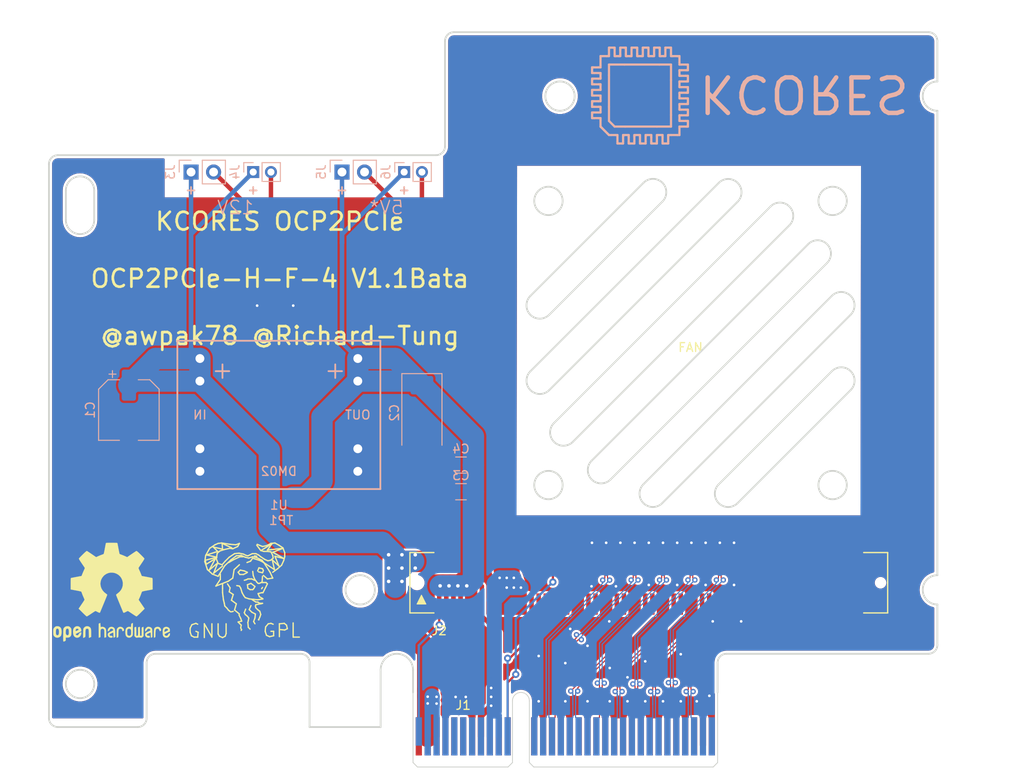
<source format=kicad_pcb>
(kicad_pcb (version 20171130) (host pcbnew "(5.1.4)-1")
  (layers (0 F.Cu signal) (31 B.Cu signal) (34 B.Paste user) (35 F.Paste user) (36 B.SilkS user) (37 F.SilkS user) (38 B.Mask user) (39 F.Mask user) (44 Edge.Cuts user))
  (net 0 "")
  (net 1 "Net-(J2-Pad59)")
  (net 2 "Net-(J2-Pad58)")
  (net 3 "Net-(J2-Pad55)")
  (net 4 "Net-(J2-Pad54)")
  (net 5 "Net-(J2-Pad51)")
  (net 6 "Net-(J2-Pad50)")
  (net 7 "Net-(J2-Pad47)")
  (net 8 "Net-(J2-Pad46)")
  (net 9 "Net-(J2-Pad27)")
  (net 10 "Net-(J2-Pad26)")
  (net 11 "Net-(J2-Pad23)")
  (net 12 "Net-(J2-Pad22)")
  (net 13 "Net-(J2-Pad16)")
  (net 14 "Net-(J2-Pad15)")
  (net 15 "Net-(J2-Pad14)")
  (net 16 "Net-(J2-Pad80)")
  (net 17 "Net-(J2-Pad78)")
  (net 18 "Net-(J2-Pad76)")
  (net 19 "Net-(J2-Pad75)")
  (net 20 "Net-(J2-Pad74)")
  (net 21 "Net-(J1-PadA32)")
  (net 22 "Net-(J1-PadA19)")
  (net 23 "Net-(J1-PadB30)")
  (net 24 +12V)
  (net 25 GND)
  (net 26 +3V3)
  (net 27 "Net-(J1-PadB9)")
  (net 28 3V3AUX)
  (net 29 WAKE)
  (net 30 "Net-(J1-PadB17)")
  (net 31 "Net-(J1-PadB12)")
  (net 32 "Net-(J1-PadA5)")
  (net 33 "Net-(J1-PadA6)")
  (net 34 "Net-(J1-PadA7)")
  (net 35 "Net-(J1-PadA8)")
  (net 36 PERST)
  (net 37 REFCLK-)
  (net 38 REFCLK+)
  (net 39 "Net-(J2-Pad81)")
  (net 40 HSO3_N)
  (net 41 HSO3_P)
  (net 42 HSO2_N)
  (net 43 HSO2_P)
  (net 44 HSO1_N)
  (net 45 HSO1_P)
  (net 46 HSO0_P)
  (net 47 HSO0_N)
  (net 48 HSI3_N)
  (net 49 HSI3_P)
  (net 50 HSI2_N)
  (net 51 HSI2_P)
  (net 52 HSI1_N)
  (net 53 HSI1_P)
  (net 54 HSI0_P)
  (net 55 HSI0_N)
  (net 56 PRSNT2)
  (net 57 PRSNT1)
  (net 58 "Net-(J2-Pad117)")
  (net 59 "Net-(J2-Pad116)")
  (net 60 "Net-(J2-Pad113)")
  (net 61 "Net-(J2-Pad112)")
  (net 62 "Net-(J2-Pad109)")
  (net 63 "Net-(J2-Pad108)")
  (net 64 "Net-(J2-Pad105)")
  (net 65 "Net-(J2-Pad104)")
  (net 66 P5V_AUX)
  (net 67 "Net-(J1-PadB5)")
  (net 68 "Net-(J1-PadB6)")
  (net 69 "Net-(J2-Pad19)")
  (net 70 "Net-(J2-Pad18)")
  (module Symbol:OSHW-Logo2_14.6x12mm_SilkScreen (layer F.Cu) (at 99.06 114.3)
    (fp_text reference REF** hide)
    (fp_text value OSHW-Logo2_14.6x12mm_SilkScreen hide)
  )
  (module Symbol:Symbol_GNU-Logo_SilkscreenTop (layer F.Cu) (at 114.3 112.522)
    (fp_text reference REF** hide)
    (fp_text value Symbol_GNU-Logo_SilkscreenTop)
  )
  (module Connector_PinHeader_2.00mm:PinHeader_1x02_P2.00mm_Vertical (layer B.Cu) (at 132 67 270)
    (fp_text reference J6 (at 0 2.06 90) (layer B.SilkS) (effects (justify mirror)))
    (fp_text value Conn_01x02)
    (pad 2 thru_hole oval (at 0 -2 270) (size 1.35 1.35) (drill 0.8) (layers *.Cu *.Mask) (net 25 GND))
    (pad 1 thru_hole rect (at 0 0 270) (size 1.35 1.35) (drill 0.8) (layers *.Cu *.Mask) (net 66 P5V_AUX))
  )
  (module Connector_PinHeader_2.54mm:PinHeader_1x02_P2.54mm_Vertical (layer B.Cu) (at 125 67 270)
    (fp_text reference J5 (at 0 2.33 90) (layer B.SilkS) (effects (justify mirror)))
    (fp_text value Conn_01x02)
    (pad 2 thru_hole oval (at 0 -2.54 270) (size 1.7 1.7) (drill 1) (layers *.Cu *.Mask) (net 25 GND))
    (pad 1 thru_hole rect (at 0 0 270) (size 1.7 1.7) (drill 1) (layers *.Cu *.Mask) (net 66 P5V_AUX))
  )
  (module Connector_PinHeader_2.00mm:PinHeader_1x02_P2.00mm_Vertical (layer B.Cu) (at 115 67 270)
    (fp_text reference J4 (at 0 2.06 90) (layer B.SilkS) (effects (justify mirror)))
    (fp_text value Conn_01x02)
    (pad 2 thru_hole oval (at 0 -2 270) (size 1.35 1.35) (drill 0.8) (layers *.Cu *.Mask) (net 25 GND))
    (pad 1 thru_hole rect (at 0 0 270) (size 1.35 1.35) (drill 0.8) (layers *.Cu *.Mask) (net 24 +12V))
  )
  (module Connector_PinHeader_2.54mm:PinHeader_1x02_P2.54mm_Vertical (layer B.Cu) (at 108 67 270)
    (fp_text reference J3 (at 0 2.33 270) (layer B.SilkS) (effects (justify mirror)))
    (fp_text value Conn_01x02)
    (pad 2 thru_hole oval (at 0 -2.54 270) (size 1.7 1.7) (drill 1) (layers *.Cu *.Mask) (net 25 GND))
    (pad 1 thru_hole rect (at 0 0 270) (size 1.7 1.7) (drill 1) (layers *.Cu *.Mask) (net 24 +12V))
  )
  (module FCI_61082:TestPlot (layer B.Cu) (at 118.143 103.632)
    (fp_text reference TP1 (at 0 2.6) (layer B.SilkS) (effects (justify mirror)))
    (fp_text value TestPoint_2Pole)
    (pad 2 smd rect (at 1.325 0) (size 2.4 2) (layers B.Cu B.Paste B.Mask) (net 66 P5V_AUX))
    (pad 1 smd rect (at -1.325 0) (size 2.4 2) (layers B.Cu B.Paste B.Mask) (net 24 +12V))
  )
  (module FCI_61082:DM02 (layer B.Cu) (at 126.78 88 180)
    (fp_text reference U1 (at 8.89 -16.51) (layer B.SilkS) (effects (justify mirror)))
    (fp_text value DM02)
    (fp_text user + (at 2.54 -1.27) (layer B.SilkS) (effects (font (size 2 2) (thickness 0.2)) (justify mirror)))
    (fp_text user + (at 15.24 -1.27) (layer B.SilkS) (effects (font (size 2 2) (thickness 0.2)) (justify mirror)))
    (fp_text user OUT (at 0 -6.35) (layer B.SilkS) (effects (justify mirror)))
    (fp_text user IN (at 17.78 -6.35) (layer B.SilkS) (effects (justify mirror)))
    (fp_text user DM02 (at 8.89 -12.7) (layer B.SilkS) (effects (justify mirror)))
    (pad 4 thru_hole circle (at 17.78 -2.54) (size 1.7 1.7) (drill 1) (layers *.Cu *.Mask) (net 24 +12V))
    (pad 4 connect oval (at 17.78 -2.54) (size 4.24 1.7) (drill (offset -1.27 0)) (layers B.Cu B.Mask) (net 24 +12V))
    (pad 4 thru_hole circle (at 17.78 0) (size 1.7 1.7) (drill 1) (layers *.Cu *.Mask) (net 24 +12V))
    (pad 4 connect oval (at 17.78 0) (size 4.24 1.7) (drill (offset -1.27 0)) (layers B.Cu B.Mask) (net 24 +12V))
    (pad 3 thru_hole circle (at 17.78 -12.7) (size 1.7 1.7) (drill 1) (layers *.Cu *.Mask) (net 25 GND))
    (pad 3 connect oval (at 17.78 -12.7) (size 4.24 1.7) (drill (offset -1.27 0)) (layers B.Cu B.Mask) (net 25 GND))
    (pad 3 thru_hole circle (at 17.78 -10.16) (size 1.7 1.7) (drill 1) (layers *.Cu *.Mask) (net 25 GND))
    (pad 3 connect oval (at 17.78 -10.16) (size 4.24 1.7) (drill (offset -1.27 0)) (layers B.Cu B.Mask) (net 25 GND))
    (pad 2 connect oval (at 0 -12.7 180) (size 4.24 1.7) (drill (offset -1.27 0)) (layers B.Cu B.Mask) (net 25 GND))
    (pad 2 thru_hole circle (at 0 -10.16 180) (size 1.7 1.7) (drill 1) (layers *.Cu *.Mask) (net 25 GND))
    (pad 2 thru_hole circle (at 0 -12.7 180) (size 1.7 1.7) (drill 1) (layers *.Cu *.Mask) (net 25 GND))
    (pad 2 connect oval (at 0 -10.16 180) (size 4.24 1.7) (drill (offset -1.27 0)) (layers B.Cu B.Mask) (net 25 GND))
    (pad 1 thru_hole circle (at 0 -2.54 180) (size 1.7 1.7) (drill 1) (layers *.Cu *.Mask) (net 66 P5V_AUX))
    (pad 1 connect oval (at 0 -2.54 180) (size 4.24 1.7) (drill (offset -1.27 0)) (layers B.Cu B.Mask) (net 66 P5V_AUX))
    (pad 1 connect oval (at 0 0 180) (size 4.24 1.7) (drill (offset -1.27 0)) (layers B.Cu B.Mask) (net 66 P5V_AUX))
    (pad 1 thru_hole circle (at 0 0 180) (size 1.7 1.7) (drill 1) (layers *.Cu *.Mask) (net 66 P5V_AUX))
  )
  (module Capacitor_SMD:C_1206_3216Metric (layer B.Cu) (at 138.4 100 180)
    (fp_text reference C4 (at 0 1.82) (layer B.SilkS) (effects (justify mirror)))
    (fp_text value C)
    (pad 2 smd roundrect (at 1.4 0 180) (size 1.25 1.75) (layers B.Cu B.Paste B.Mask) (roundrect_rratio 0.2) (net 25 GND))
    (pad 1 smd roundrect (at -1.4 0 180) (size 1.25 1.75) (layers B.Cu B.Paste B.Mask) (roundrect_rratio 0.2) (net 66 P5V_AUX))
  )
  (module Capacitor_SMD:C_1206_3216Metric (layer B.Cu) (at 138.4 103 180)
    (fp_text reference C3 (at 0 1.82) (layer B.SilkS) (effects (justify mirror)))
    (fp_text value C)
    (pad 2 smd roundrect (at 1.4 0 180) (size 1.25 1.75) (layers B.Cu B.Paste B.Mask) (roundrect_rratio 0.2) (net 25 GND))
    (pad 1 smd roundrect (at -1.4 0 180) (size 1.25 1.75) (layers B.Cu B.Paste B.Mask) (roundrect_rratio 0.2) (net 66 P5V_AUX))
  )
  (module Capacitor_Tantalum_SMD:CP_EIA-7343-31_Kemet-D (layer B.Cu) (at 134 94.1125 270)
    (fp_text reference C2 (at 0 3.1 90) (layer B.SilkS) (effects (justify mirror)))
    (fp_text value C)
    (pad 2 smd roundrect (at 3.1125 0 270) (size 2.075 2.55) (layers B.Cu B.Paste B.Mask) (roundrect_rratio 0.120482) (net 25 GND))
    (pad 1 smd roundrect (at -3.1125 0 270) (size 2.075 2.55) (layers B.Cu B.Paste B.Mask) (roundrect_rratio 0.120482) (net 66 P5V_AUX))
  )
  (module Capacitor_SMD:CP_Elec_6.3x5.4 (layer B.Cu) (at 101 93.8 270)
    (fp_text reference C1 (at 0 4.35 90) (layer B.SilkS) (effects (justify mirror)))
    (fp_text value C)
    (pad 2 smd roundrect (at 2.8 0 270) (size 3.5 1.6) (layers B.Cu B.Paste B.Mask) (roundrect_rratio 0.15625) (net 25 GND))
    (pad 1 smd roundrect (at -2.8 0 270) (size 3.5 1.6) (layers B.Cu B.Paste B.Mask) (roundrect_rratio 0.15625) (net 24 +12V))
  )
  (module FCI_61082:Fan_4010 (layer F.Cu) (at 164.25 86.25)
    (fp_text reference FAN (at 0 0.5) (layer F.SilkS))
    (fp_text value Fan_4010)
    (fp_arc (start -16.980376 -4.232827) (end -18.041036 -5.293487) (angle -180) (layer Edge.Cuts) (width 0.2))
    (fp_line (start -3.172167 -15.919715) (end -15.919715 -3.172167) (layer Edge.Cuts) (width 0.2))
    (fp_arc (start -4.232827 -16.980376) (end -3.172167 -15.919715) (angle -180) (layer Edge.Cuts) (width 0.2))
    (fp_line (start -18.041036 -5.293487) (end -5.293487 -18.041036) (layer Edge.Cuts) (width 0.2))
    (fp_arc (start -16.976453 4.248531) (end -18.037113 3.187871) (angle -180) (layer Edge.Cuts) (width 0.2))
    (fp_line (start 5.309191 -15.915793) (end -15.915793 5.309191) (layer Edge.Cuts) (width 0.2))
    (fp_arc (start 4.248531 -16.976453) (end 5.309191 -15.915793) (angle -180) (layer Edge.Cuts) (width 0.2))
    (fp_line (start -18.037113 3.187871) (end 3.187871 -18.037113) (layer Edge.Cuts) (width 0.2))
    (fp_arc (start 16.980376 4.232827) (end 18.041036 5.293487) (angle -180) (layer Edge.Cuts) (width 0.2))
    (fp_line (start 3.172167 15.919715) (end 15.919715 3.172167) (layer Edge.Cuts) (width 0.2))
    (fp_arc (start 4.232827 16.980376) (end 3.172167 15.919715) (angle -180) (layer Edge.Cuts) (width 0.2))
    (fp_line (start 18.041036 5.293487) (end 5.293487 18.041036) (layer Edge.Cuts) (width 0.2))
    (fp_arc (start 16.976453 -4.248531) (end 18.037113 -3.187871) (angle -180) (layer Edge.Cuts) (width 0.2))
    (fp_line (start -5.309191 15.915793) (end 15.915793 -5.309191) (layer Edge.Cuts) (width 0.2))
    (fp_arc (start -4.248531 16.976453) (end -5.309191 15.915793) (angle -180) (layer Edge.Cuts) (width 0.2))
    (fp_line (start 18.037113 -3.187871) (end -3.187871 18.037113) (layer Edge.Cuts) (width 0.2))
    (fp_arc (start 10.069864 -14.312505) (end 11.130525 -13.251845) (angle -180) (layer Edge.Cuts) (width 0.2))
    (fp_line (start -15.373165 9.009204) (end 9.009204 -15.373165) (layer Edge.Cuts) (width 0.2))
    (fp_arc (start -14.312505 10.069864) (end -15.373165 9.009204) (angle -180) (layer Edge.Cuts) (width 0.2))
    (fp_line (start 11.130525 -13.251845) (end -13.251845 11.130525) (layer Edge.Cuts) (width 0.2))
    (fp_arc (start -10.069864 14.312505) (end -11.130525 13.251845) (angle -180) (layer Edge.Cuts) (width 0.2))
    (fp_line (start 13.251845 -11.130525) (end -11.130525 13.251845) (layer Edge.Cuts) (width 0.2))
    (fp_arc (start 14.312505 -10.069864) (end 15.373165 -9.009204) (angle -180) (layer Edge.Cuts) (width 0.2))
    (fp_line (start -9.009204 15.373165) (end 15.373165 -9.009204) (layer Edge.Cuts) (width 0.2))
    (fp_circle (center -16 16) (end -14.4 16) (layer Edge.Cuts) (width 0.2))
    (fp_circle (center 16 16) (end 17.6 16) (layer Edge.Cuts) (width 0.2))
    (fp_circle (center -16 -16) (end -14.4 -16) (layer Edge.Cuts) (width 0.2))
    (fp_circle (center 16 -16) (end 17.6 -16) (layer Edge.Cuts) (width 0.2))
  )
  (module Connector_PCBEdge:BUS_PCIexpress_x4 (layer F.Cu) (at 133.65 130.55)
    (fp_text reference J1 (at 5 -3.5) (layer F.SilkS))
    (fp_text value "PCI Express x4")
    (fp_line (start 10.55 -4) (end 10.55 2.95) (layer Edge.Cuts) (width 0.1))
    (fp_line (start 12.45 -4) (end 12.45 2.95) (layer Edge.Cuts) (width 0.1))
    (fp_line (start -0.65 -4.95) (end -0.65 2.95) (layer Edge.Cuts) (width 0.1))
    (fp_line (start -0.15 3.45) (end 10.05 3.45) (layer Edge.Cuts) (width 0.1))
    (fp_line (start 33.65 -4.95) (end 33.65 2.95) (layer Edge.Cuts) (width 0.1))
    (fp_line (start 12.95 3.45) (end 33.15 3.45) (layer Edge.Cuts) (width 0.1))
    (fp_line (start -0.65 2.95) (end -0.15 3.45) (layer Edge.Cuts) (width 0.1))
    (fp_line (start 10.55 2.95) (end 10.05 3.45) (layer Edge.Cuts) (width 0.1))
    (fp_line (start 12.45 2.95) (end 12.95 3.45) (layer Edge.Cuts) (width 0.1))
    (fp_line (start 33.65 2.95) (end 33.15 3.45) (layer Edge.Cuts) (width 0.1))
    (fp_arc (start 11.5 -4) (end 12.45 -4) (angle -180) (layer Edge.Cuts) (width 0.1))
    (pad A32 connect rect (at 33 0) (size 0.7 4.3) (layers B.Cu B.Mask) (net 21 "Net-(J1-PadA32)"))
    (pad A31 connect rect (at 32 0) (size 0.7 4.3) (layers B.Cu B.Mask) (net 25 GND))
    (pad A30 connect rect (at 31 0) (size 0.7 4.3) (layers B.Cu B.Mask) (net 48 HSI3_N))
    (pad A29 connect rect (at 30 0) (size 0.7 4.3) (layers B.Cu B.Mask) (net 49 HSI3_P))
    (pad A28 connect rect (at 29 0) (size 0.7 4.3) (layers B.Cu B.Mask) (net 25 GND))
    (pad A27 connect rect (at 28 0) (size 0.7 4.3) (layers B.Cu B.Mask) (net 25 GND))
    (pad A26 connect rect (at 27 0) (size 0.7 4.3) (layers B.Cu B.Mask) (net 50 HSI2_N))
    (pad A25 connect rect (at 26 0) (size 0.7 4.3) (layers B.Cu B.Mask) (net 51 HSI2_P))
    (pad A24 connect rect (at 25 0) (size 0.7 4.3) (layers B.Cu B.Mask) (net 25 GND))
    (pad A23 connect rect (at 24 0) (size 0.7 4.3) (layers B.Cu B.Mask) (net 25 GND))
    (pad A22 connect rect (at 23 0) (size 0.7 4.3) (layers B.Cu B.Mask) (net 52 HSI1_N))
    (pad A21 connect rect (at 22 0) (size 0.7 4.3) (layers B.Cu B.Mask) (net 53 HSI1_P))
    (pad A20 connect rect (at 21 0) (size 0.7 4.3) (layers B.Cu B.Mask) (net 25 GND))
    (pad A19 connect rect (at 20 0) (size 0.7 4.3) (layers B.Cu B.Mask) (net 22 "Net-(J1-PadA19)"))
    (pad B32 connect rect (at 33 0) (size 0.7 4.3) (layers F.Cu F.Mask) (net 25 GND))
    (pad B31 connect rect (at 32 -0.55) (size 0.7 3.2) (layers F.Cu F.Mask) (net 56 PRSNT2))
    (pad B30 connect rect (at 31 0) (size 0.7 4.3) (layers F.Cu F.Mask) (net 23 "Net-(J1-PadB30)"))
    (pad B29 connect rect (at 30 0) (size 0.7 4.3) (layers F.Cu F.Mask) (net 25 GND))
    (pad B28 connect rect (at 29 0) (size 0.7 4.3) (layers F.Cu F.Mask) (net 40 HSO3_N))
    (pad B27 connect rect (at 28 0) (size 0.7 4.3) (layers F.Cu F.Mask) (net 41 HSO3_P))
    (pad B26 connect rect (at 27 0) (size 0.7 4.3) (layers F.Cu F.Mask) (net 25 GND))
    (pad B25 connect rect (at 26 0) (size 0.7 4.3) (layers F.Cu F.Mask) (net 25 GND))
    (pad B24 connect rect (at 25 0) (size 0.7 4.3) (layers F.Cu F.Mask) (net 42 HSO2_N))
    (pad B23 connect rect (at 24 0) (size 0.7 4.3) (layers F.Cu F.Mask) (net 43 HSO2_P))
    (pad B22 connect rect (at 23 0) (size 0.7 4.3) (layers F.Cu F.Mask) (net 25 GND))
    (pad B21 connect rect (at 22 0) (size 0.7 4.3) (layers F.Cu F.Mask) (net 25 GND))
    (pad B20 connect rect (at 21 0) (size 0.7 4.3) (layers F.Cu F.Mask) (net 44 HSO1_N))
    (pad B19 connect rect (at 20 0) (size 0.7 4.3) (layers F.Cu F.Mask) (net 45 HSO1_P))
    (pad B1 connect rect (at 0 0) (size 0.7 4.3) (layers F.Cu F.Mask) (net 24 +12V))
    (pad B2 connect rect (at 1 0) (size 0.7 4.3) (layers F.Cu F.Mask) (net 24 +12V))
    (pad B3 connect rect (at 2 0) (size 0.7 4.3) (layers F.Cu F.Mask) (net 24 +12V))
    (pad B4 connect rect (at 3 0) (size 0.7 4.3) (layers F.Cu F.Mask) (net 25 GND))
    (pad B5 connect rect (at 4 0) (size 0.7 4.3) (layers F.Cu F.Mask) (net 67 "Net-(J1-PadB5)"))
    (pad B6 connect rect (at 5 0) (size 0.7 4.3) (layers F.Cu F.Mask) (net 68 "Net-(J1-PadB6)"))
    (pad B7 connect rect (at 6 0) (size 0.7 4.3) (layers F.Cu F.Mask) (net 25 GND))
    (pad B8 connect rect (at 7 0) (size 0.7 4.3) (layers F.Cu F.Mask) (net 26 +3V3))
    (pad B9 connect rect (at 8 0) (size 0.7 4.3) (layers F.Cu F.Mask) (net 27 "Net-(J1-PadB9)"))
    (pad B10 connect rect (at 9 0) (size 0.7 4.3) (layers F.Cu F.Mask) (net 28 3V3AUX))
    (pad B11 connect rect (at 10 0) (size 0.7 4.3) (layers F.Cu F.Mask) (net 29 WAKE))
    (pad B14 connect rect (at 15 0) (size 0.7 4.3) (layers F.Cu F.Mask) (net 46 HSO0_P))
    (pad B15 connect rect (at 16 0) (size 0.7 4.3) (layers F.Cu F.Mask) (net 47 HSO0_N))
    (pad B16 connect rect (at 17 0) (size 0.7 4.3) (layers F.Cu F.Mask) (net 25 GND))
    (pad B17 connect rect (at 18 0) (size 0.7 4.3) (layers F.Cu F.Mask) (net 30 "Net-(J1-PadB17)"))
    (pad B18 connect rect (at 19 0) (size 0.7 4.3) (layers F.Cu F.Mask) (net 25 GND))
    (pad B12 connect rect (at 13 0) (size 0.7 4.3) (layers F.Cu F.Mask) (net 31 "Net-(J1-PadB12)"))
    (pad B13 connect rect (at 14 0) (size 0.7 4.3) (layers F.Cu F.Mask) (net 25 GND))
    (pad A1 connect rect (at 0 -0.55) (size 0.7 3.2) (layers B.Cu B.Mask) (net 57 PRSNT1))
    (pad A2 connect rect (at 1 0) (size 0.7 4.3) (layers B.Cu B.Mask) (net 24 +12V))
    (pad A3 connect rect (at 2 0) (size 0.7 4.3) (layers B.Cu B.Mask) (net 24 +12V))
    (pad A4 connect rect (at 3 0) (size 0.7 4.3) (layers B.Cu B.Mask) (net 25 GND))
    (pad A5 connect rect (at 4 0) (size 0.7 4.3) (layers B.Cu B.Mask) (net 32 "Net-(J1-PadA5)"))
    (pad A6 connect rect (at 5 0) (size 0.7 4.3) (layers B.Cu B.Mask) (net 33 "Net-(J1-PadA6)"))
    (pad A7 connect rect (at 6 0) (size 0.7 4.3) (layers B.Cu B.Mask) (net 34 "Net-(J1-PadA7)"))
    (pad A8 connect rect (at 7 0) (size 0.7 4.3) (layers B.Cu B.Mask) (net 35 "Net-(J1-PadA8)"))
    (pad A9 connect rect (at 8 0) (size 0.7 4.3) (layers B.Cu B.Mask) (net 26 +3V3))
    (pad A10 connect rect (at 9 0) (size 0.7 4.3) (layers B.Cu B.Mask) (net 26 +3V3))
    (pad A11 connect rect (at 10 0) (size 0.7 4.3) (layers B.Cu B.Mask) (net 36 PERST))
    (pad A14 connect rect (at 15 0) (size 0.7 4.3) (layers B.Cu B.Mask) (net 37 REFCLK-))
    (pad A15 connect rect (at 16 0) (size 0.7 4.3) (layers B.Cu B.Mask) (net 25 GND))
    (pad A16 connect rect (at 17 0) (size 0.7 4.3) (layers B.Cu B.Mask) (net 54 HSI0_P))
    (pad A17 connect rect (at 18 0) (size 0.7 4.3) (layers B.Cu B.Mask) (net 55 HSI0_N))
    (pad A18 connect rect (at 19 0) (size 0.7 4.3) (layers B.Cu B.Mask) (net 25 GND))
    (pad A12 connect rect (at 13 0) (size 0.7 4.3) (layers B.Cu B.Mask) (net 25 GND))
    (pad A13 connect rect (at 14 0) (size 0.7 4.3) (layers B.Cu B.Mask) (net 38 REFCLK+))
  )
  (module FCI_61082:FCI_61082_12xxxxLF (layer F.Cu) (at 135.95 115.65)
    (fp_text reference J2 (at 0 3) (layer F.SilkS))
    (fp_text value Conn_02x40_Top_Bottom)
    (pad "" np_thru_hole circle (at 49.7 -2.4) (size 0.8 0.8) (drill 0.8) (layers *.Cu *.Mask))
    (pad "" np_thru_hole circle (at -2.5 -2.4) (size 1.2 1.2) (drill 1.2) (layers *.Cu *.Mask))
    (pad 120 connect rect (at 47.2 -4.8) (size 0.5 2.4) (layers F.Cu F.Mask) (net 56 PRSNT2))
    (pad 119 connect rect (at 46.4 -4.8) (size 0.5 2.4) (layers F.Cu F.Mask) (net 25 GND))
    (pad 118 connect rect (at 45.6 -4.8) (size 0.5 2.4) (layers F.Cu F.Mask) (net 25 GND))
    (pad 117 connect rect (at 44.8 -4.8) (size 0.5 2.4) (layers F.Cu F.Mask) (net 58 "Net-(J2-Pad117)"))
    (pad 116 connect rect (at 44 -4.8) (size 0.5 2.4) (layers F.Cu F.Mask) (net 59 "Net-(J2-Pad116)"))
    (pad 115 connect rect (at 43.2 -4.8) (size 0.5 2.4) (layers F.Cu F.Mask) (net 25 GND))
    (pad 114 connect rect (at 42.4 -4.8) (size 0.5 2.4) (layers F.Cu F.Mask) (net 25 GND))
    (pad 113 connect rect (at 41.6 -4.8) (size 0.5 2.4) (layers F.Cu F.Mask) (net 60 "Net-(J2-Pad113)"))
    (pad 112 connect rect (at 40.8 -4.8) (size 0.5 2.4) (layers F.Cu F.Mask) (net 61 "Net-(J2-Pad112)"))
    (pad 111 connect rect (at 40 -4.8) (size 0.5 2.4) (layers F.Cu F.Mask) (net 25 GND))
    (pad 110 connect rect (at 39.2 -4.8) (size 0.5 2.4) (layers F.Cu F.Mask) (net 25 GND))
    (pad 109 connect rect (at 38.4 -4.8) (size 0.5 2.4) (layers F.Cu F.Mask) (net 62 "Net-(J2-Pad109)"))
    (pad 108 connect rect (at 37.6 -4.8) (size 0.5 2.4) (layers F.Cu F.Mask) (net 63 "Net-(J2-Pad108)"))
    (pad 107 connect rect (at 36.8 -4.8) (size 0.5 2.4) (layers F.Cu F.Mask) (net 25 GND))
    (pad 106 connect rect (at 36 -4.8) (size 0.5 2.4) (layers F.Cu F.Mask) (net 25 GND))
    (pad 105 connect rect (at 35.2 -4.8) (size 0.5 2.4) (layers F.Cu F.Mask) (net 64 "Net-(J2-Pad105)"))
    (pad 104 connect rect (at 34.4 -4.8) (size 0.5 2.4) (layers F.Cu F.Mask) (net 65 "Net-(J2-Pad104)"))
    (pad 103 connect rect (at 33.6 -4.8) (size 0.5 2.4) (layers F.Cu F.Mask) (net 25 GND))
    (pad 102 connect rect (at 32.8 -4.8) (size 0.5 2.4) (layers F.Cu F.Mask) (net 25 GND))
    (pad 101 connect rect (at 32 -4.8) (size 0.5 2.4) (layers F.Cu F.Mask) (net 40 HSO3_N))
    (pad 100 connect rect (at 31.2 -4.8) (size 0.5 2.4) (layers F.Cu F.Mask) (net 41 HSO3_P))
    (pad 99 connect rect (at 30.4 -4.8) (size 0.5 2.4) (layers F.Cu F.Mask) (net 25 GND))
    (pad 98 connect rect (at 29.6 -4.8) (size 0.5 2.4) (layers F.Cu F.Mask) (net 25 GND))
    (pad 97 connect rect (at 28.8 -4.8) (size 0.5 2.4) (layers F.Cu F.Mask) (net 42 HSO2_N))
    (pad 96 connect rect (at 28 -4.8) (size 0.5 2.4) (layers F.Cu F.Mask) (net 43 HSO2_P))
    (pad 95 connect rect (at 27.2 -4.8) (size 0.5 2.4) (layers F.Cu F.Mask) (net 25 GND))
    (pad 94 connect rect (at 26.4 -4.8) (size 0.5 2.4) (layers F.Cu F.Mask) (net 25 GND))
    (pad 93 connect rect (at 25.6 -4.8) (size 0.5 2.4) (layers F.Cu F.Mask) (net 44 HSO1_N))
    (pad 92 connect rect (at 24.8 -4.8) (size 0.5 2.4) (layers F.Cu F.Mask) (net 45 HSO1_P))
    (pad 91 connect rect (at 24 -4.8) (size 0.5 2.4) (layers F.Cu F.Mask) (net 25 GND))
    (pad 90 connect rect (at 23.2 -4.8) (size 0.5 2.4) (layers F.Cu F.Mask) (net 25 GND))
    (pad 89 connect rect (at 22.4 -4.8) (size 0.5 2.4) (layers F.Cu F.Mask) (net 47 HSO0_N))
    (pad 88 connect rect (at 21.6 -4.8) (size 0.5 2.4) (layers F.Cu F.Mask) (net 46 HSO0_P))
    (pad 87 connect rect (at 20.8 -4.8) (size 0.5 2.4) (layers F.Cu F.Mask) (net 25 GND))
    (pad 86 connect rect (at 20 -4.8) (size 0.5 2.4) (layers F.Cu F.Mask) (net 25 GND))
    (pad 85 connect rect (at 19.2 -4.8) (size 0.5 2.4) (layers F.Cu F.Mask) (net 37 REFCLK-))
    (pad 84 connect rect (at 18.4 -4.8) (size 0.5 2.4) (layers F.Cu F.Mask) (net 38 REFCLK+))
    (pad 83 connect rect (at 17.6 -4.8) (size 0.5 2.4) (layers F.Cu F.Mask) (net 25 GND))
    (pad 82 connect rect (at 16.8 -4.8) (size 0.5 2.4) (layers F.Cu F.Mask) (net 25 GND))
    (pad 81 connect rect (at 16 -4.8) (size 0.5 2.4) (layers F.Cu F.Mask) (net 39 "Net-(J2-Pad81)"))
    (pad 80 connect rect (at 15.2 -4.8) (size 0.5 2.4) (layers F.Cu F.Mask) (net 16 "Net-(J2-Pad80)"))
    (pad 79 connect rect (at 14.4 -4.8) (size 0.5 2.4) (layers F.Cu F.Mask) (net 25 GND))
    (pad 78 connect rect (at 13.6 -4.8) (size 0.5 2.4) (layers F.Cu F.Mask) (net 17 "Net-(J2-Pad78)"))
    (pad 77 connect rect (at 12.8 -4.8) (size 0.5 2.4) (layers F.Cu F.Mask) (net 29 WAKE))
    (pad 76 connect rect (at 12 -4.8) (size 0.5 2.4) (layers F.Cu F.Mask) (net 18 "Net-(J2-Pad76)"))
    (pad 75 connect rect (at 11.2 -4.8) (size 0.5 2.4) (layers F.Cu F.Mask) (net 19 "Net-(J2-Pad75)"))
    (pad 74 connect rect (at 10.4 -4.8) (size 0.5 2.4) (layers F.Cu F.Mask) (net 20 "Net-(J2-Pad74)"))
    (pad 73 connect rect (at 9.6 -4.8) (size 0.5 2.4) (layers F.Cu F.Mask) (net 25 GND))
    (pad 72 connect rect (at 8.8 -4.8) (size 0.5 2.4) (layers F.Cu F.Mask) (net 26 +3V3))
    (pad 71 connect rect (at 8 -4.8) (size 0.5 2.4) (layers F.Cu F.Mask) (net 26 +3V3))
    (pad 70 connect rect (at 7.2 -4.8) (size 0.5 2.4) (layers F.Cu F.Mask) (net 26 +3V3))
    (pad 69 connect rect (at 6.4 -4.8) (size 0.5 2.4) (layers F.Cu F.Mask) (net 26 +3V3))
    (pad 68 connect rect (at 5.6 -4.8) (size 0.5 2.4) (layers F.Cu F.Mask) (net 25 GND))
    (pad 67 connect rect (at 4.8 -4.8) (size 0.5 2.4) (layers F.Cu F.Mask) (net 25 GND))
    (pad 66 connect rect (at 4 -4.8) (size 0.5 2.4) (layers F.Cu F.Mask) (net 28 3V3AUX))
    (pad 65 connect rect (at 3.2 -4.8) (size 0.5 2.4) (layers F.Cu F.Mask) (net 25 GND))
    (pad 64 connect rect (at 2.4 -4.8) (size 0.5 2.4) (layers F.Cu F.Mask) (net 25 GND))
    (pad 63 connect rect (at 1.6 -4.8) (size 0.5 2.4) (layers F.Cu F.Mask) (net 24 +12V))
    (pad 62 connect rect (at 0.8 -4.8) (size 0.5 2.4) (layers F.Cu F.Mask) (net 24 +12V))
    (pad 61 connect rect (at 0 -4.8) (size 0.5 2.4) (layers F.Cu F.Mask) (net 24 +12V))
    (pad 60 connect rect (at 47.2 0) (size 0.5 2.4) (layers F.Cu F.Mask) (net 25 GND))
    (pad 59 connect rect (at 46.4 0) (size 0.5 2.4) (layers F.Cu F.Mask) (net 1 "Net-(J2-Pad59)"))
    (pad 58 connect rect (at 45.6 0) (size 0.5 2.4) (layers F.Cu F.Mask) (net 2 "Net-(J2-Pad58)"))
    (pad 57 connect rect (at 44.8 0) (size 0.5 2.4) (layers F.Cu F.Mask) (net 25 GND))
    (pad 56 connect rect (at 44 0) (size 0.5 2.4) (layers F.Cu F.Mask) (net 25 GND))
    (pad 55 connect rect (at 43.2 0) (size 0.5 2.4) (layers F.Cu F.Mask) (net 3 "Net-(J2-Pad55)"))
    (pad 54 connect rect (at 42.4 0) (size 0.5 2.4) (layers F.Cu F.Mask) (net 4 "Net-(J2-Pad54)"))
    (pad 53 connect rect (at 41.6 0) (size 0.5 2.4) (layers F.Cu F.Mask) (net 25 GND))
    (pad 52 connect rect (at 40.8 0) (size 0.5 2.4) (layers F.Cu F.Mask) (net 25 GND))
    (pad 51 connect rect (at 40 0) (size 0.5 2.4) (layers F.Cu F.Mask) (net 5 "Net-(J2-Pad51)"))
    (pad 50 connect rect (at 39.2 0) (size 0.5 2.4) (layers F.Cu F.Mask) (net 6 "Net-(J2-Pad50)"))
    (pad 49 connect rect (at 38.4 0) (size 0.5 2.4) (layers F.Cu F.Mask) (net 25 GND))
    (pad 48 connect rect (at 37.6 0) (size 0.5 2.4) (layers F.Cu F.Mask) (net 25 GND))
    (pad 47 connect rect (at 36.8 0) (size 0.5 2.4) (layers F.Cu F.Mask) (net 7 "Net-(J2-Pad47)"))
    (pad 46 connect rect (at 36 0) (size 0.5 2.4) (layers F.Cu F.Mask) (net 8 "Net-(J2-Pad46)"))
    (pad 45 connect rect (at 35.2 0) (size 0.5 2.4) (layers F.Cu F.Mask) (net 25 GND))
    (pad 44 connect rect (at 34.4 0) (size 0.5 2.4) (layers F.Cu F.Mask) (net 25 GND))
    (pad 43 connect rect (at 33.6 0) (size 0.5 2.4) (layers F.Cu F.Mask) (net 48 HSI3_N))
    (pad 42 connect rect (at 32.8 0) (size 0.5 2.4) (layers F.Cu F.Mask) (net 49 HSI3_P))
    (pad 41 connect rect (at 32 0) (size 0.5 2.4) (layers F.Cu F.Mask) (net 25 GND))
    (pad 40 connect rect (at 31.2 0) (size 0.5 2.4) (layers F.Cu F.Mask) (net 25 GND))
    (pad 39 connect rect (at 30.4 0) (size 0.5 2.4) (layers F.Cu F.Mask) (net 50 HSI2_N))
    (pad 38 connect rect (at 29.6 0) (size 0.5 2.4) (layers F.Cu F.Mask) (net 51 HSI2_P))
    (pad 37 connect rect (at 28.8 0) (size 0.5 2.4) (layers F.Cu F.Mask) (net 25 GND))
    (pad 36 connect rect (at 28 0) (size 0.5 2.4) (layers F.Cu F.Mask) (net 25 GND))
    (pad 35 connect rect (at 27.2 0) (size 0.5 2.4) (layers F.Cu F.Mask) (net 52 HSI1_N))
    (pad 34 connect rect (at 26.4 0) (size 0.5 2.4) (layers F.Cu F.Mask) (net 53 HSI1_P))
    (pad 33 connect rect (at 25.6 0) (size 0.5 2.4) (layers F.Cu F.Mask) (net 25 GND))
    (pad 32 connect rect (at 24.8 0) (size 0.5 2.4) (layers F.Cu F.Mask) (net 25 GND))
    (pad 31 connect rect (at 24 0) (size 0.5 2.4) (layers F.Cu F.Mask) (net 55 HSI0_N))
    (pad 30 connect rect (at 23.2 0) (size 0.5 2.4) (layers F.Cu F.Mask) (net 54 HSI0_P))
    (pad 29 connect rect (at 22.4 0) (size 0.5 2.4) (layers F.Cu F.Mask) (net 25 GND))
    (pad 28 connect rect (at 21.6 0) (size 0.5 2.4) (layers F.Cu F.Mask) (net 25 GND))
    (pad 27 connect rect (at 20.8 0) (size 0.5 2.4) (layers F.Cu F.Mask) (net 9 "Net-(J2-Pad27)"))
    (pad 26 connect rect (at 20 0) (size 0.5 2.4) (layers F.Cu F.Mask) (net 10 "Net-(J2-Pad26)"))
    (pad 25 connect rect (at 19.2 0) (size 0.5 2.4) (layers F.Cu F.Mask) (net 25 GND))
    (pad 24 connect rect (at 18.4 0) (size 0.5 2.4) (layers F.Cu F.Mask) (net 25 GND))
    (pad 23 connect rect (at 17.6 0) (size 0.5 2.4) (layers F.Cu F.Mask) (net 11 "Net-(J2-Pad23)"))
    (pad 22 connect rect (at 16.8 0) (size 0.5 2.4) (layers F.Cu F.Mask) (net 12 "Net-(J2-Pad22)"))
    (pad 21 connect rect (at 16 0) (size 0.5 2.4) (layers F.Cu F.Mask) (net 25 GND))
    (pad 20 connect rect (at 15.2 0) (size 0.5 2.4) (layers F.Cu F.Mask) (net 25 GND))
    (pad 19 connect rect (at 14.4 0) (size 0.5 2.4) (layers F.Cu F.Mask) (net 69 "Net-(J2-Pad19)"))
    (pad 18 connect rect (at 13.6 0) (size 0.5 2.4) (layers F.Cu F.Mask) (net 70 "Net-(J2-Pad18)"))
    (pad 17 connect rect (at 12.8 0) (size 0.5 2.4) (layers F.Cu F.Mask) (net 36 PERST))
    (pad 16 connect rect (at 12 0) (size 0.5 2.4) (layers F.Cu F.Mask) (net 13 "Net-(J2-Pad16)"))
    (pad 15 connect rect (at 11.2 0) (size 0.5 2.4) (layers F.Cu F.Mask) (net 14 "Net-(J2-Pad15)"))
    (pad 14 connect rect (at 10.4 0) (size 0.5 2.4) (layers F.Cu F.Mask) (net 15 "Net-(J2-Pad14)"))
    (pad 13 connect rect (at 9.6 0) (size 0.5 2.4) (layers F.Cu F.Mask) (net 26 +3V3))
    (pad 12 connect rect (at 8.8 0) (size 0.5 2.4) (layers F.Cu F.Mask) (net 26 +3V3))
    (pad 11 connect rect (at 8 0) (size 0.5 2.4) (layers F.Cu F.Mask) (net 26 +3V3))
    (pad 10 connect rect (at 7.2 0) (size 0.5 2.4) (layers F.Cu F.Mask) (net 26 +3V3))
    (pad 9 connect rect (at 6.4 0) (size 0.5 2.4) (layers F.Cu F.Mask) (net 25 GND))
    (pad 8 connect rect (at 5.6 0) (size 0.5 2.4) (layers F.Cu F.Mask) (net 25 GND))
    (pad 7 connect rect (at 4.8 0) (size 0.5 2.4) (layers F.Cu F.Mask) (net 28 3V3AUX))
    (pad 6 connect rect (at 4 0) (size 0.5 2.4) (layers F.Cu F.Mask) (net 25 GND))
    (pad 5 connect rect (at 3.2 0) (size 0.5 2.4) (layers F.Cu F.Mask) (net 25 GND))
    (pad 4 connect rect (at 2.4 0) (size 0.5 2.4) (layers F.Cu F.Mask) (net 66 P5V_AUX))
    (pad 3 connect rect (at 1.6 0) (size 0.5 2.4) (layers F.Cu F.Mask) (net 66 P5V_AUX))
    (pad 2 connect rect (at 0.8 0) (size 0.5 2.4) (layers F.Cu F.Mask) (net 66 P5V_AUX))
    (pad 1 connect rect (at 0 0) (size 0.5 2.4) (layers F.Cu F.Mask) (net 57 PRSNT1))
  )
  (gr_line (start 192.05 115.7) (end 192.05 120.25) (layer Edge.Cuts) (width 0.2))
  (gr_line (start 192.05 60.1) (end 192.05 112.4) (layer Edge.Cuts) (width 0.2))
  (gr_line (start 192.05 52.25) (end 192.05 56.8) (layer Edge.Cuts) (width 0.2))
  (gr_arc (start 192.05 114.05) (end 192.05 112.4) (angle -180) (layer Edge.Cuts) (width 0.2))
  (gr_arc (start 192.05 58.45) (end 192.05 56.8) (angle -180) (layer Edge.Cuts) (width 0.2))
  (gr_line (start 92 66.1) (end 92 128.5) (layer Edge.Cuts) (width 0.2))
  (gr_arc (start 93 66.1) (end 92 66.1) (angle 90) (layer Edge.Cuts) (width 0.2))
  (gr_arc (start 93 128.5) (end 93 129.5) (angle 90) (layer Edge.Cuts) (width 0.2))
  (gr_arc (start 95.5 69.088) (end 93.9 69.088) (angle 180) (layer Edge.Cuts) (width 0.2))
  (gr_arc (start 95.5 72.39) (end 93.9 72.39) (angle -180) (layer Edge.Cuts) (width 0.2))
  (gr_line (start 97.1 72.39) (end 97.1 69.088) (layer Edge.Cuts) (width 0.2))
  (gr_line (start 93.9 69.088) (end 93.9 72.39) (layer Edge.Cuts) (width 0.2))
  (gr_text KCORES (at 177.038 58.166 180) (layer B.SilkS) (effects (font (size 4 4) (thickness 0.5)) (justify mirror)))
  (gr_line (start 155.066719 54.895205) (end 156.812703 54.895205) (layer B.SilkS) (width 0.25))
  (gr_line (start 155.066719 62.83179) (end 155.304774 62.83179) (layer B.SilkS) (width 0.25))
  (gr_line (start 155.304774 62.83179) (end 155.840499 62.83179) (layer B.SilkS) (width 0.25))
  (gr_line (start 156.019024 62.91109) (end 156.018954 63.56584) (layer B.SilkS) (width 0.25))
  (gr_line (start 162.050859 60.56984) (end 162.050859 61.87929) (layer B.SilkS) (width 0.25))
  (gr_line (start 155.066719 56.085685) (end 155.066719 54.895205) (layer B.SilkS) (width 0.25))
  (gr_line (start 162.050859 61.87929) (end 160.463459 61.87929) (layer B.SilkS) (width 0.25))
  (gr_line (start 162.050859 54.895205) (end 162.050859 56.64124) (layer B.SilkS) (width 0.25))
  (gr_line (start 156.892008 61.87929) (end 155.701594 61.87929) (layer B.SilkS) (width 0.25))
  (gr_line (start 155.066719 59.657139) (end 155.066719 56.085685) (layer B.SilkS) (width 0.25))
  (gr_line (start 155.840499 62.83179) (end 156.019094 62.83179) (layer B.SilkS) (width 0.25))
  (gr_line (start 160.463459 61.87929) (end 156.892008 61.87929) (layer B.SilkS) (width 0.25))
  (gr_line (start 156.018954 63.56584) (end 156.018954 63.78404) (layer B.SilkS) (width 0.25))
  (gr_line (start 156.019094 62.83179) (end 156.019024 62.91109) (layer B.SilkS) (width 0.25))
  (gr_line (start 160.741259 54.895205) (end 162.050859 54.895205) (layer B.SilkS) (width 0.25))
  (gr_line (start 155.701594 61.87929) (end 155.066719 61.24444) (layer B.SilkS) (width 0.25))
  (gr_line (start 162.050859 56.64124) (end 162.050859 60.56984) (layer B.SilkS) (width 0.25))
  (gr_line (start 156.812703 54.895205) (end 160.741259 54.895205) (layer B.SilkS) (width 0.25))
  (gr_line (start 155.066719 61.24444) (end 155.066719 59.657139) (layer B.SilkS) (width 0.25))
  (gr_line (start 155.017803 62.78294) (end 155.066719 62.83179) (layer B.SilkS) (width 0.25))
  (gr_line (start 161.613709 63.78404) (end 161.732759 63.78404) (layer B.SilkS) (width 0.25))
  (gr_line (start 163.002659 61.87929) (end 163.240709 61.87929) (layer B.SilkS) (width 0.25))
  (gr_line (start 163.955009 58.07004) (end 163.955009 57.91139) (layer B.SilkS) (width 0.25))
  (gr_line (start 163.955009 59.339889) (end 163.955009 59.18119) (layer B.SilkS) (width 0.25))
  (gr_line (start 163.776409 58.07004) (end 163.955009 58.07004) (layer B.SilkS) (width 0.25))
  (gr_line (start 163.955009 60.450889) (end 163.955009 60.09379) (layer B.SilkS) (width 0.25))
  (gr_line (start 163.240709 60.60959) (end 163.776409 60.60959) (layer B.SilkS) (width 0.25))
  (gr_line (start 163.240709 58.07004) (end 163.776409 58.07004) (layer B.SilkS) (width 0.25))
  (gr_line (start 163.002659 58.07004) (end 163.240709 58.07004) (layer B.SilkS) (width 0.25))
  (gr_line (start 163.002659 59.97474) (end 163.002659 59.816039) (layer B.SilkS) (width 0.25))
  (gr_line (start 163.002659 58.18914) (end 163.002659 58.07004) (layer B.SilkS) (width 0.25))
  (gr_line (start 163.002659 58.54624) (end 163.002659 58.18914) (layer B.SilkS) (width 0.25))
  (gr_line (start 163.955009 59.18119) (end 163.955009 58.82399) (layer B.SilkS) (width 0.25))
  (gr_line (start 163.002659 60.72864) (end 163.002659 60.60959) (layer B.SilkS) (width 0.25))
  (gr_line (start 163.955009 61.24444) (end 163.716859 61.24444) (layer B.SilkS) (width 0.25))
  (gr_line (start 161.732759 63.78404) (end 161.732759 63.54599) (layer B.SilkS) (width 0.25))
  (gr_line (start 163.181159 61.24444) (end 163.002659 61.24444) (layer B.SilkS) (width 0.25))
  (gr_line (start 163.240709 59.339889) (end 163.776409 59.339889) (layer B.SilkS) (width 0.25))
  (gr_line (start 163.955009 61.36349) (end 163.955009 61.24444) (layer B.SilkS) (width 0.25))
  (gr_line (start 161.256609 63.78404) (end 161.613709 63.78404) (layer B.SilkS) (width 0.25))
  (gr_line (start 161.732759 63.54599) (end 161.732759 63.01029) (layer B.SilkS) (width 0.25))
  (gr_line (start 163.181159 58.70494) (end 163.002659 58.70494) (layer B.SilkS) (width 0.25))
  (gr_line (start 163.955009 58.70494) (end 163.716859 58.70494) (layer B.SilkS) (width 0.25))
  (gr_line (start 163.955009 58.82399) (end 163.955009 58.70494) (layer B.SilkS) (width 0.25))
  (gr_line (start 163.181159 59.97474) (end 163.002659 59.97474) (layer B.SilkS) (width 0.25))
  (gr_line (start 163.955009 60.09379) (end 163.955009 59.97474) (layer B.SilkS) (width 0.25))
  (gr_line (start 163.955009 61.87929) (end 163.955009 61.72064) (layer B.SilkS) (width 0.25))
  (gr_line (start 163.776409 60.60959) (end 163.955009 60.60959) (layer B.SilkS) (width 0.25))
  (gr_line (start 163.002659 61.24444) (end 163.002659 61.08574) (layer B.SilkS) (width 0.25))
  (gr_line (start 163.776409 61.87929) (end 163.955009 61.87929) (layer B.SilkS) (width 0.25))
  (gr_line (start 162.050209 62.83169) (end 162.764509 62.83169) (layer B.SilkS) (width 0.25))
  (gr_line (start 163.955009 60.60959) (end 163.955009 60.450889) (layer B.SilkS) (width 0.25))
  (gr_line (start 163.002659 62.59359) (end 163.002659 62.05789) (layer B.SilkS) (width 0.25))
  (gr_line (start 163.002659 59.339889) (end 163.240709 59.339889) (layer B.SilkS) (width 0.25))
  (gr_line (start 163.002659 62.05789) (end 163.002659 61.87929) (layer B.SilkS) (width 0.25))
  (gr_line (start 163.716859 58.70494) (end 163.181159 58.70494) (layer B.SilkS) (width 0.25))
  (gr_line (start 163.955009 61.72064) (end 163.955009 61.36349) (layer B.SilkS) (width 0.25))
  (gr_line (start 163.776409 59.339889) (end 163.955009 59.339889) (layer B.SilkS) (width 0.25))
  (gr_line (start 163.240709 61.87929) (end 163.776409 61.87929) (layer B.SilkS) (width 0.25))
  (gr_line (start 163.955009 59.97474) (end 163.716859 59.97474) (layer B.SilkS) (width 0.25))
  (gr_line (start 161.732759 62.83169) (end 162.050209 62.83169) (layer B.SilkS) (width 0.25))
  (gr_line (start 163.002659 60.60959) (end 163.240709 60.60959) (layer B.SilkS) (width 0.25))
  (gr_line (start 161.732759 63.01029) (end 161.732759 62.83169) (layer B.SilkS) (width 0.25))
  (gr_line (start 163.002659 59.458939) (end 163.002659 59.339889) (layer B.SilkS) (width 0.25))
  (gr_line (start 163.716859 61.24444) (end 163.181159 61.24444) (layer B.SilkS) (width 0.25))
  (gr_line (start 162.764509 62.83169) (end 163.002659 62.83169) (layer B.SilkS) (width 0.25))
  (gr_line (start 163.002659 62.83169) (end 163.002659 62.59359) (layer B.SilkS) (width 0.25))
  (gr_line (start 163.955009 57.91139) (end 163.955009 57.554265) (layer B.SilkS) (width 0.25))
  (gr_line (start 163.002659 58.70494) (end 163.002659 58.54624) (layer B.SilkS) (width 0.25))
  (gr_line (start 163.002659 59.816039) (end 163.002659 59.458939) (layer B.SilkS) (width 0.25))
  (gr_line (start 163.002659 61.08574) (end 163.002659 60.72864) (layer B.SilkS) (width 0.25))
  (gr_line (start 163.716859 59.97474) (end 163.181159 59.97474) (layer B.SilkS) (width 0.25))
  (gr_line (start 157.288674 63.78404) (end 157.447349 63.78404) (layer B.SilkS) (width 0.25))
  (gr_line (start 157.288674 63.06979) (end 157.288674 63.60554) (layer B.SilkS) (width 0.25))
  (gr_line (start 157.169609 62.83169) (end 157.288674 62.83169) (layer B.SilkS) (width 0.25))
  (gr_line (start 161.097909 63.78404) (end 161.256609 63.78404) (layer B.SilkS) (width 0.25))
  (gr_line (start 161.097909 63.60554) (end 161.097909 63.78404) (layer B.SilkS) (width 0.25))
  (gr_line (start 161.097909 63.06979) (end 161.097909 63.60554) (layer B.SilkS) (width 0.25))
  (gr_line (start 158.558459 62.83169) (end 158.558459 63.06979) (layer B.SilkS) (width 0.25))
  (gr_line (start 156.534749 63.78404) (end 156.653814 63.78404) (layer B.SilkS) (width 0.25))
  (gr_line (start 160.463059 63.01029) (end 160.463059 62.83169) (layer B.SilkS) (width 0.25))
  (gr_line (start 158.082259 62.83169) (end 158.439409 62.83169) (layer B.SilkS) (width 0.25))
  (gr_line (start 161.097909 62.83169) (end 161.097909 63.06979) (layer B.SilkS) (width 0.25))
  (gr_line (start 160.978859 62.83169) (end 161.097909 62.83169) (layer B.SilkS) (width 0.25))
  (gr_line (start 160.463059 63.78404) (end 160.463059 63.54599) (layer B.SilkS) (width 0.25))
  (gr_line (start 157.288674 63.60554) (end 157.288674 63.78404) (layer B.SilkS) (width 0.25))
  (gr_line (start 157.288674 62.83169) (end 157.288674 63.06979) (layer B.SilkS) (width 0.25))
  (gr_line (start 159.828209 63.78404) (end 159.986859 63.78404) (layer B.SilkS) (width 0.25))
  (gr_line (start 159.193359 63.78404) (end 159.193359 63.54599) (layer B.SilkS) (width 0.25))
  (gr_line (start 156.653814 63.54599) (end 156.653814 63.01029) (layer B.SilkS) (width 0.25))
  (gr_line (start 158.558459 63.60554) (end 158.558459 63.78404) (layer B.SilkS) (width 0.25))
  (gr_line (start 160.344009 63.78404) (end 160.463059 63.78404) (layer B.SilkS) (width 0.25))
  (gr_line (start 156.653814 62.83169) (end 156.812494 62.83169) (layer B.SilkS) (width 0.25))
  (gr_line (start 157.447349 63.78404) (end 157.804539 63.78404) (layer B.SilkS) (width 0.25))
  (gr_line (start 157.923599 63.01029) (end 157.923599 62.83169) (layer B.SilkS) (width 0.25))
  (gr_line (start 156.653814 63.01029) (end 156.653814 62.83169) (layer B.SilkS) (width 0.25))
  (gr_line (start 156.653814 63.78404) (end 156.653814 63.54599) (layer B.SilkS) (width 0.25))
  (gr_line (start 159.986859 63.78404) (end 160.344009 63.78404) (layer B.SilkS) (width 0.25))
  (gr_line (start 159.193359 62.83169) (end 159.352009 62.83169) (layer B.SilkS) (width 0.25))
  (gr_line (start 158.717159 63.78404) (end 159.074259 63.78404) (layer B.SilkS) (width 0.25))
  (gr_line (start 157.923599 63.54599) (end 157.923599 63.01029) (layer B.SilkS) (width 0.25))
  (gr_line (start 156.812494 62.83169) (end 157.169609 62.83169) (layer B.SilkS) (width 0.25))
  (gr_line (start 156.177634 63.78404) (end 156.534749 63.78404) (layer B.SilkS) (width 0.25))
  (gr_line (start 160.621709 62.83169) (end 160.978859 62.83169) (layer B.SilkS) (width 0.25))
  (gr_line (start 159.828209 62.83169) (end 159.828209 63.06979) (layer B.SilkS) (width 0.25))
  (gr_line (start 160.463059 62.83169) (end 160.621709 62.83169) (layer B.SilkS) (width 0.25))
  (gr_line (start 157.923599 62.83169) (end 158.082259 62.83169) (layer B.SilkS) (width 0.25))
  (gr_line (start 156.018954 63.78404) (end 156.177634 63.78404) (layer B.SilkS) (width 0.25))
  (gr_line (start 160.463059 63.54599) (end 160.463059 63.01029) (layer B.SilkS) (width 0.25))
  (gr_line (start 159.828209 63.60554) (end 159.828209 63.78404) (layer B.SilkS) (width 0.25))
  (gr_line (start 159.828209 63.06979) (end 159.828209 63.60554) (layer B.SilkS) (width 0.25))
  (gr_line (start 159.709109 62.83169) (end 159.828209 62.83169) (layer B.SilkS) (width 0.25))
  (gr_line (start 159.193359 63.54599) (end 159.193359 63.01029) (layer B.SilkS) (width 0.25))
  (gr_line (start 159.352009 62.83169) (end 159.709109 62.83169) (layer B.SilkS) (width 0.25))
  (gr_line (start 159.193359 63.01029) (end 159.193359 62.83169) (layer B.SilkS) (width 0.25))
  (gr_line (start 158.439409 62.83169) (end 158.558459 62.83169) (layer B.SilkS) (width 0.25))
  (gr_line (start 158.558459 63.06979) (end 158.558459 63.60554) (layer B.SilkS) (width 0.25))
  (gr_line (start 157.923599 63.78404) (end 157.923599 63.54599) (layer B.SilkS) (width 0.25))
  (gr_line (start 159.074259 63.78404) (end 159.193359 63.78404) (layer B.SilkS) (width 0.25))
  (gr_line (start 158.558459 63.78404) (end 158.717159 63.78404) (layer B.SilkS) (width 0.25))
  (gr_line (start 157.804539 63.78404) (end 157.923599 63.78404) (layer B.SilkS) (width 0.25))
  (gr_line (start 160.899559 53.943395) (end 160.780559 53.943395) (layer B.SilkS) (width 0.25))
  (gr_line (start 161.256658 53.943395) (end 160.899559 53.943395) (layer B.SilkS) (width 0.25))
  (gr_line (start 161.415409 53.943395) (end 161.256658 53.943395) (layer B.SilkS) (width 0.25))
  (gr_line (start 161.415409 53.229156) (end 161.415409 53.764869) (layer B.SilkS) (width 0.25))
  (gr_line (start 162.764509 53.943395) (end 162.228809 53.943395) (layer B.SilkS) (width 0.25))
  (gr_line (start 161.534409 52.991031) (end 161.415409 52.991031) (layer B.SilkS) (width 0.25))
  (gr_line (start 163.955009 56.641665) (end 163.955009 56.284544) (layer B.SilkS) (width 0.25))
  (gr_line (start 162.050259 53.705339) (end 162.050259 53.169625) (layer B.SilkS) (width 0.25))
  (gr_line (start 163.955009 54.89575) (end 163.716859 54.89575) (layer B.SilkS) (width 0.25))
  (gr_line (start 163.181159 56.165485) (end 163.002659 56.165485) (layer B.SilkS) (width 0.25))
  (gr_line (start 163.955009 55.37193) (end 163.955009 55.01481) (layer B.SilkS) (width 0.25))
  (gr_line (start 163.955009 55.530625) (end 163.955009 55.37193) (layer B.SilkS) (width 0.25))
  (gr_line (start 163.955009 57.435205) (end 163.716859 57.435205) (layer B.SilkS) (width 0.25))
  (gr_line (start 163.002659 55.64969) (end 163.002659 55.530625) (layer B.SilkS) (width 0.25))
  (gr_line (start 163.002659 56.165485) (end 163.002659 56.006805) (layer B.SilkS) (width 0.25))
  (gr_line (start 163.776409 56.800345) (end 163.955009 56.800345) (layer B.SilkS) (width 0.25))
  (gr_line (start 161.415409 52.991031) (end 161.415409 53.229156) (layer B.SilkS) (width 0.25))
  (gr_line (start 163.955009 56.165485) (end 163.716859 56.165485) (layer B.SilkS) (width 0.25))
  (gr_line (start 163.240709 55.530625) (end 163.776409 55.530625) (layer B.SilkS) (width 0.25))
  (gr_line (start 163.002659 54.89575) (end 163.002659 54.657695) (layer B.SilkS) (width 0.25))
  (gr_line (start 158.994959 52.991031) (end 158.875959 52.991031) (layer B.SilkS) (width 0.25))
  (gr_line (start 161.415409 53.764869) (end 161.415409 53.943395) (layer B.SilkS) (width 0.25))
  (gr_line (start 163.716859 56.165485) (end 163.181159 56.165485) (layer B.SilkS) (width 0.25))
  (gr_line (start 160.145709 53.764869) (end 160.145709 53.943395) (layer B.SilkS) (width 0.25))
  (gr_line (start 163.002659 57.435205) (end 163.002659 57.276525) (layer B.SilkS) (width 0.25))
  (gr_line (start 163.955009 56.284544) (end 163.955009 56.165485) (layer B.SilkS) (width 0.25))
  (gr_line (start 162.050259 53.169625) (end 162.050259 52.991031) (layer B.SilkS) (width 0.25))
  (gr_line (start 159.352109 52.991031) (end 158.994959 52.991031) (layer B.SilkS) (width 0.25))
  (gr_line (start 159.510858 52.991031) (end 159.352109 52.991031) (layer B.SilkS) (width 0.25))
  (gr_line (start 159.510858 53.169625) (end 159.510858 52.991031) (layer B.SilkS) (width 0.25))
  (gr_line (start 159.510858 53.705339) (end 159.510858 53.169625) (layer B.SilkS) (width 0.25))
  (gr_line (start 160.264708 52.991031) (end 160.145709 52.991031) (layer B.SilkS) (width 0.25))
  (gr_line (start 160.621809 52.991031) (end 160.264708 52.991031) (layer B.SilkS) (width 0.25))
  (gr_line (start 162.050259 53.943395) (end 162.050259 53.705339) (layer B.SilkS) (width 0.25))
  (gr_line (start 160.780559 53.705339) (end 160.780559 53.169625) (layer B.SilkS) (width 0.25))
  (gr_line (start 160.780559 53.943395) (end 160.780559 53.705339) (layer B.SilkS) (width 0.25))
  (gr_line (start 161.891509 52.991031) (end 161.534409 52.991031) (layer B.SilkS) (width 0.25))
  (gr_line (start 162.050259 52.991031) (end 161.891509 52.991031) (layer B.SilkS) (width 0.25))
  (gr_line (start 163.002659 54.12199) (end 163.002659 53.943395) (layer B.SilkS) (width 0.25))
  (gr_line (start 162.228809 53.943395) (end 162.050259 53.943395) (layer B.SilkS) (width 0.25))
  (gr_line (start 163.240709 56.800345) (end 163.776409 56.800345) (layer B.SilkS) (width 0.25))
  (gr_line (start 163.955009 55.01481) (end 163.955009 54.89575) (layer B.SilkS) (width 0.25))
  (gr_line (start 163.776409 55.530625) (end 163.955009 55.530625) (layer B.SilkS) (width 0.25))
  (gr_line (start 163.955009 56.800345) (end 163.955009 56.641665) (layer B.SilkS) (width 0.25))
  (gr_line (start 163.716859 57.435205) (end 163.181159 57.435205) (layer B.SilkS) (width 0.25))
  (gr_line (start 163.002659 55.530625) (end 163.240709 55.530625) (layer B.SilkS) (width 0.25))
  (gr_line (start 163.002659 56.800345) (end 163.240709 56.800345) (layer B.SilkS) (width 0.25))
  (gr_line (start 163.181159 57.435205) (end 163.002659 57.435205) (layer B.SilkS) (width 0.25))
  (gr_line (start 163.181159 54.89575) (end 163.002659 54.89575) (layer B.SilkS) (width 0.25))
  (gr_line (start 160.780559 52.991031) (end 160.621809 52.991031) (layer B.SilkS) (width 0.25))
  (gr_line (start 163.716859 54.89575) (end 163.181159 54.89575) (layer B.SilkS) (width 0.25))
  (gr_line (start 160.780559 53.169625) (end 160.780559 52.991031) (layer B.SilkS) (width 0.25))
  (gr_line (start 163.002659 53.943395) (end 162.764509 53.943395) (layer B.SilkS) (width 0.25))
  (gr_line (start 163.002659 54.657695) (end 163.002659 54.12199) (layer B.SilkS) (width 0.25))
  (gr_line (start 159.510858 53.943395) (end 159.510858 53.705339) (layer B.SilkS) (width 0.25))
  (gr_line (start 159.629809 53.943395) (end 159.510858 53.943395) (layer B.SilkS) (width 0.25))
  (gr_line (start 163.002659 56.919405) (end 163.002659 56.800345) (layer B.SilkS) (width 0.25))
  (gr_line (start 159.986959 53.943395) (end 159.629809 53.943395) (layer B.SilkS) (width 0.25))
  (gr_line (start 163.002659 56.006805) (end 163.002659 55.64969) (layer B.SilkS) (width 0.25))
  (gr_line (start 163.002659 57.276525) (end 163.002659 56.919405) (layer B.SilkS) (width 0.25))
  (gr_line (start 163.955009 57.554265) (end 163.955009 57.435205) (layer B.SilkS) (width 0.25))
  (gr_line (start 160.145709 53.943395) (end 159.986959 53.943395) (layer B.SilkS) (width 0.25))
  (gr_line (start 160.145709 53.229156) (end 160.145709 53.764869) (layer B.SilkS) (width 0.25))
  (gr_line (start 160.145709 52.991031) (end 160.145709 53.229156) (layer B.SilkS) (width 0.25))
  (gr_line (start 154.114364 61.87944) (end 154.114364 61.87944) (layer B.SilkS) (width 0.25))
  (gr_line (start 154.690523 62.45569) (end 154.871049 62.63619) (layer B.SilkS) (width 0.25))
  (gr_line (start 154.528534 62.29369) (end 154.690523 62.45569) (layer B.SilkS) (width 0.25))
  (gr_line (start 154.388384 62.15354) (end 154.528534 62.29369) (layer B.SilkS) (width 0.25))
  (gr_line (start 154.133174 61.89834) (end 154.187329 61.95249) (layer B.SilkS) (width 0.25))
  (gr_line (start 154.114364 61.70094) (end 154.114364 61.87944) (layer B.SilkS) (width 0.25))
  (gr_line (start 153.162 60.45099) (end 153.162 60.80809) (layer B.SilkS) (width 0.25))
  (gr_line (start 154.114364 61.87944) (end 154.133174 61.89834) (layer B.SilkS) (width 0.25))
  (gr_line (start 154.114364 61.165189) (end 154.114364 61.70094) (layer B.SilkS) (width 0.25))
  (gr_line (start 153.400057 60.927089) (end 153.935769 60.927089) (layer B.SilkS) (width 0.25))
  (gr_line (start 153.935769 60.927089) (end 154.114364 60.927089) (layer B.SilkS) (width 0.25))
  (gr_line (start 153.340525 60.292239) (end 153.162 60.292239) (layer B.SilkS) (width 0.25))
  (gr_line (start 153.162 60.927089) (end 153.400057 60.927089) (layer B.SilkS) (width 0.25))
  (gr_line (start 153.162 60.292239) (end 153.162 60.45099) (layer B.SilkS) (width 0.25))
  (gr_line (start 153.876238 60.292239) (end 153.340525 60.292239) (layer B.SilkS) (width 0.25))
  (gr_line (start 154.114364 60.292239) (end 153.876238 60.292239) (layer B.SilkS) (width 0.25))
  (gr_line (start 153.162 60.80809) (end 153.162 60.927089) (layer B.SilkS) (width 0.25))
  (gr_line (start 154.871049 62.63619) (end 155.017803 62.78294) (layer B.SilkS) (width 0.25))
  (gr_line (start 154.273524 62.03869) (end 154.388384 62.15354) (layer B.SilkS) (width 0.25))
  (gr_line (start 154.187329 61.95249) (end 154.273524 62.03869) (layer B.SilkS) (width 0.25))
  (gr_line (start 154.114364 60.927089) (end 154.114364 61.165189) (layer B.SilkS) (width 0.25))
  (gr_line (start 156.336454 53.764869) (end 156.336454 53.943395) (layer B.SilkS) (width 0.25))
  (gr_line (start 157.090304 53.943395) (end 156.971314 53.943395) (layer B.SilkS) (width 0.25))
  (gr_line (start 158.082359 52.991031) (end 157.725164 52.991031) (layer B.SilkS) (width 0.25))
  (gr_line (start 158.875959 52.991031) (end 158.875959 53.229156) (layer B.SilkS) (width 0.25))
  (gr_line (start 158.360109 53.943395) (end 158.241109 53.943395) (layer B.SilkS) (width 0.25))
  (gr_line (start 156.177704 53.943395) (end 155.820589 53.943395) (layer B.SilkS) (width 0.25))
  (gr_line (start 156.971314 53.169625) (end 156.971314 52.991031) (layer B.SilkS) (width 0.25))
  (gr_line (start 156.455444 52.991031) (end 156.336454 52.991031) (layer B.SilkS) (width 0.25))
  (gr_line (start 157.606174 53.229156) (end 157.606174 53.764869) (layer B.SilkS) (width 0.25))
  (gr_line (start 156.336454 53.943395) (end 156.177704 53.943395) (layer B.SilkS) (width 0.25))
  (gr_line (start 156.336454 52.991031) (end 156.336454 53.229156) (layer B.SilkS) (width 0.25))
  (gr_line (start 156.971314 53.705339) (end 156.971314 53.169625) (layer B.SilkS) (width 0.25))
  (gr_line (start 158.241109 53.169625) (end 158.241109 52.991031) (layer B.SilkS) (width 0.25))
  (gr_line (start 157.447424 53.943395) (end 157.090304 53.943395) (layer B.SilkS) (width 0.25))
  (gr_line (start 157.606174 53.764869) (end 157.606174 53.943395) (layer B.SilkS) (width 0.25))
  (gr_line (start 157.606174 52.991031) (end 157.606174 53.229156) (layer B.SilkS) (width 0.25))
  (gr_line (start 157.725164 52.991031) (end 157.606174 52.991031) (layer B.SilkS) (width 0.25))
  (gr_line (start 158.241109 52.991031) (end 158.082359 52.991031) (layer B.SilkS) (width 0.25))
  (gr_line (start 158.241109 53.705339) (end 158.241109 53.169625) (layer B.SilkS) (width 0.25))
  (gr_line (start 158.241109 53.943395) (end 158.241109 53.705339) (layer B.SilkS) (width 0.25))
  (gr_line (start 158.717209 53.943395) (end 158.360109 53.943395) (layer B.SilkS) (width 0.25))
  (gr_line (start 158.875959 53.229156) (end 158.875959 53.764869) (layer B.SilkS) (width 0.25))
  (gr_line (start 158.875959 53.943395) (end 158.717209 53.943395) (layer B.SilkS) (width 0.25))
  (gr_line (start 156.336454 53.229156) (end 156.336454 53.764869) (layer B.SilkS) (width 0.25))
  (gr_line (start 156.812564 52.991031) (end 156.455444 52.991031) (layer B.SilkS) (width 0.25))
  (gr_line (start 156.971314 52.991031) (end 156.812564 52.991031) (layer B.SilkS) (width 0.25))
  (gr_line (start 156.971314 53.943395) (end 156.971314 53.705339) (layer B.SilkS) (width 0.25))
  (gr_line (start 157.606174 53.943395) (end 157.447424 53.943395) (layer B.SilkS) (width 0.25))
  (gr_line (start 158.875959 53.764869) (end 158.875959 53.943395) (layer B.SilkS) (width 0.25))
  (gr_line (start 154.114364 55.21325) (end 153.876238 55.21325) (layer B.SilkS) (width 0.25))
  (gr_line (start 154.114364 56.006875) (end 154.114364 56.363994) (layer B.SilkS) (width 0.25))
  (gr_line (start 155.066719 53.764869) (end 155.066719 53.943395) (layer B.SilkS) (width 0.25))
  (gr_line (start 155.701594 53.169625) (end 155.701594 52.991031) (layer B.SilkS) (width 0.25))
  (gr_line (start 155.066719 52.991031) (end 155.066719 53.229156) (layer B.SilkS) (width 0.25))
  (gr_line (start 154.114364 58.54629) (end 154.114364 58.90344) (layer B.SilkS) (width 0.25))
  (gr_line (start 153.400057 58.38754) (end 153.935769 58.38754) (layer B.SilkS) (width 0.25))
  (gr_line (start 154.114364 58.38754) (end 154.114364 58.54629) (layer B.SilkS) (width 0.25))
  (gr_line (start 154.114364 60.17324) (end 154.114364 60.292239) (layer B.SilkS) (width 0.25))
  (gr_line (start 154.828594 53.943395) (end 154.292889 53.943395) (layer B.SilkS) (width 0.25))
  (gr_line (start 154.114364 59.81614) (end 154.114364 60.17324) (layer B.SilkS) (width 0.25))
  (gr_line (start 154.114364 59.65739) (end 154.114364 59.81614) (layer B.SilkS) (width 0.25))
  (gr_line (start 154.114364 56.363994) (end 154.114364 56.482985) (layer B.SilkS) (width 0.25))
  (gr_line (start 153.935769 59.65739) (end 154.114364 59.65739) (layer B.SilkS) (width 0.25))
  (gr_line (start 155.701594 53.705339) (end 155.701594 53.169625) (layer B.SilkS) (width 0.25))
  (gr_line (start 153.400057 59.65739) (end 153.935769 59.65739) (layer B.SilkS) (width 0.25))
  (gr_line (start 153.162 59.65739) (end 153.400057 59.65739) (layer B.SilkS) (width 0.25))
  (gr_line (start 153.162 59.538389) (end 153.162 59.65739) (layer B.SilkS) (width 0.25))
  (gr_line (start 154.114364 55.848125) (end 154.114364 56.006875) (layer B.SilkS) (width 0.25))
  (gr_line (start 153.162 55.848125) (end 153.400057 55.848125) (layer B.SilkS) (width 0.25))
  (gr_line (start 154.114364 54.975195) (end 154.114364 55.21325) (layer B.SilkS) (width 0.25))
  (gr_line (start 155.185709 52.991031) (end 155.066719 52.991031) (layer B.SilkS) (width 0.25))
  (gr_line (start 153.935769 58.38754) (end 154.114364 58.38754) (layer B.SilkS) (width 0.25))
  (gr_line (start 153.935769 55.848125) (end 154.114364 55.848125) (layer B.SilkS) (width 0.25))
  (gr_line (start 153.162 59.18119) (end 153.162 59.538389) (layer B.SilkS) (width 0.25))
  (gr_line (start 153.162 59.02244) (end 153.162 59.18119) (layer B.SilkS) (width 0.25))
  (gr_line (start 153.340525 59.02244) (end 153.162 59.02244) (layer B.SilkS) (width 0.25))
  (gr_line (start 153.876238 59.02244) (end 153.340525 59.02244) (layer B.SilkS) (width 0.25))
  (gr_line (start 154.114364 59.02244) (end 153.876238 59.02244) (layer B.SilkS) (width 0.25))
  (gr_line (start 153.162 58.26859) (end 153.162 58.38754) (layer B.SilkS) (width 0.25))
  (gr_line (start 153.162 56.482985) (end 153.162 56.641734) (layer B.SilkS) (width 0.25))
  (gr_line (start 154.114364 57.752705) (end 153.876238 57.752705) (layer B.SilkS) (width 0.25))
  (gr_line (start 154.114364 53.943395) (end 154.114364 54.260895) (layer B.SilkS) (width 0.25))
  (gr_line (start 155.066719 53.943395) (end 154.828594 53.943395) (layer B.SilkS) (width 0.25))
  (gr_line (start 153.162 57.91144) (end 153.162 58.26859) (layer B.SilkS) (width 0.25))
  (gr_line (start 153.876238 57.752705) (end 153.340525 57.752705) (layer B.SilkS) (width 0.25))
  (gr_line (start 154.114364 57.63371) (end 154.114364 57.752705) (layer B.SilkS) (width 0.25))
  (gr_line (start 154.114364 57.276595) (end 154.114364 57.63371) (layer B.SilkS) (width 0.25))
  (gr_line (start 153.162 57.117845) (end 153.400057 57.117845) (layer B.SilkS) (width 0.25))
  (gr_line (start 153.162 55.729115) (end 153.162 55.848125) (layer B.SilkS) (width 0.25))
  (gr_line (start 154.114364 54.260895) (end 154.114364 54.975195) (layer B.SilkS) (width 0.25))
  (gr_line (start 153.162 56.641734) (end 153.162 56.99885) (layer B.SilkS) (width 0.25))
  (gr_line (start 153.340525 55.21325) (end 153.162 55.21325) (layer B.SilkS) (width 0.25))
  (gr_line (start 153.162 57.752705) (end 153.162 57.91144) (layer B.SilkS) (width 0.25))
  (gr_line (start 153.340525 57.752705) (end 153.162 57.752705) (layer B.SilkS) (width 0.25))
  (gr_line (start 155.542844 52.991031) (end 155.185709 52.991031) (layer B.SilkS) (width 0.25))
  (gr_line (start 155.701594 52.991031) (end 155.542844 52.991031) (layer B.SilkS) (width 0.25))
  (gr_line (start 154.292889 53.943395) (end 154.114364 53.943395) (layer B.SilkS) (width 0.25))
  (gr_line (start 154.114364 57.117845) (end 154.114364 57.276595) (layer B.SilkS) (width 0.25))
  (gr_line (start 153.876238 56.482985) (end 153.340525 56.482985) (layer B.SilkS) (width 0.25))
  (gr_line (start 153.400057 55.848125) (end 153.935769 55.848125) (layer B.SilkS) (width 0.25))
  (gr_line (start 153.162 56.99885) (end 153.162 57.117845) (layer B.SilkS) (width 0.25))
  (gr_line (start 154.114364 56.482985) (end 153.876238 56.482985) (layer B.SilkS) (width 0.25))
  (gr_line (start 153.876238 55.21325) (end 153.340525 55.21325) (layer B.SilkS) (width 0.25))
  (gr_line (start 155.820589 53.943395) (end 155.701594 53.943395) (layer B.SilkS) (width 0.25))
  (gr_line (start 154.114364 58.90344) (end 154.114364 59.02244) (layer B.SilkS) (width 0.25))
  (gr_line (start 153.162 58.38754) (end 153.400057 58.38754) (layer B.SilkS) (width 0.25))
  (gr_line (start 153.162 55.21325) (end 153.162 55.372) (layer B.SilkS) (width 0.25))
  (gr_line (start 153.935769 57.117845) (end 154.114364 57.117845) (layer B.SilkS) (width 0.25))
  (gr_line (start 153.400057 57.117845) (end 153.935769 57.117845) (layer B.SilkS) (width 0.25))
  (gr_line (start 155.066719 53.229156) (end 155.066719 53.764869) (layer B.SilkS) (width 0.25))
  (gr_line (start 155.701594 53.943395) (end 155.701594 53.705339) (layer B.SilkS) (width 0.25))
  (gr_line (start 153.340525 56.482985) (end 153.162 56.482985) (layer B.SilkS) (width 0.25))
  (gr_line (start 153.162 55.372) (end 153.162 55.729115) (layer B.SilkS) (width 0.25))
  (gr_text "KCORES OCP2PCIe\n\nOCP2PCIe-H-F-4 V1.1Bata\n\n@awpak78 @Richard-Tung" (at 118 79) (layer F.SilkS) (effects (font (size 2 2) (thickness 0.3))))
  (gr_text + (at 108 69) (layer B.SilkS) (effects (font (size 1 1) (thickness 0.2))))
  (gr_text + (at 115 69) (layer B.SilkS) (effects (font (size 1 1) (thickness 0.2))))
  (gr_text + (at 125 69) (layer B.SilkS) (effects (font (size 1 1) (thickness 0.2))))
  (gr_text + (at 132 69) (layer B.SilkS) (effects (font (size 1 1) (thickness 0.2))))
  (gr_text 5V* (at 130 71) (layer B.SilkS) (effects (font (size 1.5 1.5)) (justify mirror)))
  (gr_text 12V (at 113 71) (layer B.SilkS) (effects (font (size 1.5 1.5)) (justify mirror)))
  (gr_line (start 133 123.075) (end 133 125.6) (layer Edge.Cuts) (width 0.2))
  (gr_arc (start 131.175 123.075) (end 129.35 123.075) (angle 180) (layer Edge.Cuts) (width 0.2))
  (gr_line (start 129.35 129.5) (end 129.35 123.075) (layer Edge.Cuts) (width 0.2))
  (gr_line (start 121.35 129.5) (end 129.35 129.5) (layer Edge.Cuts) (width 0.2))
  (gr_line (start 121.35 122.25) (end 121.35 129.5) (layer Edge.Cuts) (width 0.2))
  (gr_arc (start 120.35 122.25) (end 121.35 122.25) (angle -90) (layer Edge.Cuts) (width 0.2))
  (gr_line (start 104 121.25) (end 120.35 121.25) (layer Edge.Cuts) (width 0.2))
  (gr_arc (start 104 122.25) (end 104 121.25) (angle -90) (layer Edge.Cuts) (width 0.2))
  (gr_line (start 103 122.25) (end 103 128.5) (layer Edge.Cuts) (width 0.2))
  (gr_arc (start 102 128.5) (end 103 128.5) (angle 90) (layer Edge.Cuts) (width 0.2))
  (gr_line (start 93 129.5) (end 102 129.5) (layer Edge.Cuts) (width 0.2))
  (gr_line (start 93 65.1) (end 135.6 65.1) (layer Edge.Cuts) (width 0.2))
  (gr_arc (start 135.6 64.1) (end 135.6 65.1) (angle -90) (layer Edge.Cuts) (width 0.2))
  (gr_line (start 136.6 52.25) (end 136.6 64.1) (layer Edge.Cuts) (width 0.2))
  (gr_arc (start 137.6 52.25) (end 136.6 52.25) (angle 90) (layer Edge.Cuts) (width 0.2))
  (gr_line (start 137.6 51.25) (end 191.05 51.25) (layer Edge.Cuts) (width 0.2))
  (gr_arc (start 191.05 52.25) (end 191.05 51.25) (angle 90) (layer Edge.Cuts) (width 0.2))
  (gr_circle (center 95.5 124.650001) (end 97.1 124.650001) (layer Edge.Cuts) (width 0.2))
  (gr_line (start 168.3 121.25) (end 191.05 121.25) (layer Edge.Cuts) (width 0.2))
  (gr_arc (start 191.05 120.25) (end 192.05 120.25) (angle 90) (layer Edge.Cuts) (width 0.2))
  (gr_line (start 167.3 125.6) (end 167.3 122.25) (layer Edge.Cuts) (width 0.2))
  (gr_arc (start 168.3 122.25) (end 168.3 121.25) (angle -90) (layer Edge.Cuts) (width 0.2))
  (gr_circle (center 149.55 58.45) (end 147.9 58.45) (layer Edge.Cuts) (width 0.2))
  (gr_circle (center 127.05 114.05) (end 125.4 114.05) (layer Edge.Cuts) (width 0.2))
  (segment (start 134.65 126) (end 134.65 130.55) (width 2.4) (layer F.Cu) (net 24))
  (segment (start 134.65 120.85) (end 134.65 125.319) (width 2.4) (layer F.Cu) (net 24))
  (segment (start 131 117.2) (end 134.65 120.85) (width 2.4) (layer F.Cu) (net 24))
  (segment (start 131 110.85) (end 131 117.2) (width 2.4) (layer F.Cu) (net 24))
  (segment (start 134.65 130.55) (end 134.65 126.843) (width 0.7) (layer B.Cu) (net 24))
  (segment (start 135.65 130.55) (end 135.65 126.859) (width 0.7) (layer B.Cu) (net 24))
  (segment (start 101.46 90.54) (end 101 91) (width 2.4) (layer B.Cu) (net 24))
  (segment (start 109 90.54) (end 101.46 90.54) (width 2.4) (layer B.Cu) (net 24))
  (segment (start 104 88) (end 101 91) (width 2.4) (layer B.Cu) (net 24))
  (segment (start 109 88) (end 104 88) (width 2.4) (layer B.Cu) (net 24))
  (segment (start 109 88) (end 109 90.54) (width 2.4) (layer B.Cu) (net 24))
  (segment (start 108 67) (end 108 87) (width 0.5) (layer B.Cu) (net 24))
  (segment (start 108 87) (end 109 88) (width 0.5) (layer B.Cu) (net 24))
  (segment (start 108 74) (end 108 87) (width 0.5) (layer B.Cu) (net 24))
  (segment (start 115 67) (end 108 74) (width 0.5) (layer B.Cu) (net 24))
  (segment (start 135.144 126) (end 135.144 127.238) (width 1.7) (layer B.Cu) (net 24))
  (segment (start 135.144 126) (end 135.65 126) (width 0.7) (layer B.Cu) (net 24))
  (segment (start 134.65 126) (end 135.144 126) (width 0.7) (layer B.Cu) (net 24))
  (segment (start 135.144 127.238) (end 135.128 127.222) (width 1.7) (layer B.Cu) (net 24))
  (segment (start 134.65 125.319) (end 134.65 126) (width 2.4) (layer F.Cu) (net 24))
  (segment (start 134.65 126.081) (end 134.65 126) (width 0.7) (layer B.Cu) (net 24))
  (via (at 134.65 126.081) (size 0.6) (drill 0.3) (layers F.Cu B.Cu) (net 24))
  (segment (start 134.65 126.843) (end 134.65 126.081) (width 0.7) (layer B.Cu) (net 24))
  (via (at 134.65 126.843) (size 0.6) (drill 0.3) (layers F.Cu B.Cu) (net 24))
  (segment (start 135.65 126.859) (end 135.65 126.097) (width 0.7) (layer B.Cu) (net 24))
  (via (at 135.65 126.859) (size 0.6) (drill 0.3) (layers F.Cu B.Cu) (net 24))
  (segment (start 135.65 126.097) (end 135.65 126) (width 0.7) (layer B.Cu) (net 24))
  (via (at 135.65 126.097) (size 0.6) (drill 0.3) (layers F.Cu B.Cu) (net 24))
  (segment (start 135.95 110.85) (end 131 110.85) (width 2.4) (layer F.Cu) (net 24))
  (segment (start 130.993163 110.843163) (end 131.021 110.871) (width 2.4) (layer B.Cu) (net 24))
  (segment (start 130.993163 110.843163) (end 130.993163 113.753165) (width 2.4) (layer B.Cu) (net 24))
  (via (at 130.25 113.1) (size 0.8) (drill 0.4) (layers F.Cu B.Cu) (net 24))
  (via (at 131.75 113.1) (size 0.8) (drill 0.4) (layers F.Cu B.Cu) (net 24))
  (via (at 133.25 111.6) (size 0.8) (drill 0.4) (layers F.Cu B.Cu) (net 24))
  (via (at 131.75 111.6) (size 0.8) (drill 0.4) (layers F.Cu B.Cu) (net 24))
  (via (at 130.25 111.6) (size 0.8) (drill 0.4) (layers F.Cu B.Cu) (net 24))
  (segment (start 131.75 111.6) (end 130.993163 110.843163) (width 2.4) (layer B.Cu) (net 24))
  (segment (start 130.993163 110.843163) (end 133.068163 110.843163) (width 2.4) (layer B.Cu) (net 24))
  (via (at 133.25 110.1) (size 0.8) (drill 0.4) (layers F.Cu B.Cu) (net 24))
  (via (at 131.75 110.1) (size 0.8) (drill 0.4) (layers F.Cu B.Cu) (net 24))
  (via (at 130.25 110.1) (size 0.8) (drill 0.4) (layers F.Cu B.Cu) (net 24))
  (segment (start 116.818 107.032) (end 116.818 103.632) (width 2.4) (layer B.Cu) (net 24))
  (segment (start 118.498 108.712) (end 116.818 107.032) (width 2.4) (layer B.Cu) (net 24))
  (segment (start 129.54 108.712) (end 118.498 108.712) (width 2.4) (layer B.Cu) (net 24))
  (segment (start 130.993163 110.165163) (end 129.54 108.712) (width 2.4) (layer B.Cu) (net 24))
  (segment (start 130.993163 110.843163) (end 130.993163 110.165163) (width 2.4) (layer B.Cu) (net 24))
  (segment (start 116.818 98.358) (end 116.818 103.632) (width 2.4) (layer B.Cu) (net 24))
  (segment (start 109 90.54) (end 116.818 98.358) (width 2.4) (layer B.Cu) (net 24))
  (via (at 157.15 123.9) (size 0.6) (drill 0.3) (layers F.Cu B.Cu) (net 25))
  (via (at 157.15 126.6) (size 0.6) (drill 0.3) (layers F.Cu B.Cu) (net 25))
  (via (at 155.15 126.6) (size 0.6) (drill 0.3) (layers F.Cu B.Cu) (net 25))
  (via (at 155.15 122.85) (size 0.6) (drill 0.3) (layers F.Cu B.Cu) (net 25))
  (via (at 152.65 126.6) (size 0.6) (drill 0.3) (layers F.Cu B.Cu) (net 25))
  (via (at 150.15 126.6) (size 0.6) (drill 0.3) (layers F.Cu B.Cu) (net 25))
  (via (at 152.65 120.35) (size 0.6) (drill 0.3) (layers F.Cu B.Cu) (net 25))
  (via (at 150.7 118.45) (size 0.6) (drill 0.3) (layers F.Cu B.Cu) (net 25))
  (via (at 159.15 122.1) (size 0.6) (drill 0.3) (layers F.Cu B.Cu) (net 25))
  (via (at 159.15 126.6) (size 0.6) (drill 0.3) (layers F.Cu B.Cu) (net 25))
  (via (at 147.15 126.6) (size 0.6) (drill 0.3) (layers F.Cu B.Cu) (net 25))
  (via (at 147.15 121.5) (size 0.6) (drill 0.3) (layers F.Cu B.Cu) (net 25))
  (via (at 155.85 113.65) (size 0.6) (drill 0.3) (layers F.Cu B.Cu) (net 25))
  (via (at 159.55 113.5) (size 0.6) (drill 0.3) (layers F.Cu B.Cu) (net 25))
  (via (at 162.75 113.5) (size 0.6) (drill 0.3) (layers F.Cu B.Cu) (net 25))
  (via (at 165.95 113.5) (size 0.6) (drill 0.3) (layers F.Cu B.Cu) (net 25))
  (via (at 150.15 122.3) (size 0.6) (drill 0.3) (layers F.Cu B.Cu) (net 25))
  (via (at 155.1 117.6) (size 0.6) (drill 0.3) (layers F.Cu B.Cu) (net 25))
  (via (at 153.1 113.65) (size 0.6) (drill 0.3) (layers F.Cu B.Cu) (net 25))
  (via (at 161.15 126.6) (size 0.6) (drill 0.3) (layers F.Cu B.Cu) (net 25))
  (via (at 163.15 126.6) (size 0.6) (drill 0.3) (layers F.Cu B.Cu) (net 25))
  (via (at 164.95 126.6) (size 0.6) (drill 0.3) (layers F.Cu B.Cu) (net 25))
  (via (at 169.15 113.5) (size 0.6) (drill 0.3) (layers F.Cu B.Cu) (net 25))
  (via (at 166.75 117.6) (size 0.6) (drill 0.3) (layers F.Cu B.Cu) (net 25))
  (via (at 169.95 117.6) (size 0.6) (drill 0.3) (layers F.Cu B.Cu) (net 25))
  (via (at 153.15 108.75) (size 0.6) (drill 0.3) (layers F.Cu B.Cu) (net 25))
  (via (at 154.75 108.75) (size 0.6) (drill 0.3) (layers F.Cu B.Cu) (net 25))
  (via (at 156.35 108.75) (size 0.6) (drill 0.3) (layers F.Cu B.Cu) (net 25))
  (via (at 157.95 108.75) (size 0.6) (drill 0.3) (layers F.Cu B.Cu) (net 25))
  (via (at 159.55 108.75) (size 0.6) (drill 0.3) (layers F.Cu B.Cu) (net 25))
  (via (at 161.15 108.75) (size 0.6) (drill 0.3) (layers F.Cu B.Cu) (net 25))
  (via (at 162.75 108.75) (size 0.6) (drill 0.3) (layers F.Cu B.Cu) (net 25))
  (via (at 164.35 108.75) (size 0.6) (drill 0.3) (layers F.Cu B.Cu) (net 25))
  (via (at 165.95 108.75) (size 0.6) (drill 0.3) (layers F.Cu B.Cu) (net 25))
  (via (at 167.55 108.75) (size 0.6) (drill 0.3) (layers F.Cu B.Cu) (net 25))
  (via (at 169.15 108.75) (size 0.6) (drill 0.3) (layers F.Cu B.Cu) (net 25))
  (via (at 163.15 121.3) (size 0.6) (drill 0.3) (layers F.Cu B.Cu) (net 25))
  (segment (start 145.55 110.85) (end 145.55 107) (width 0.5) (layer F.Cu) (net 25))
  (segment (start 110.54 67) (end 117 73.46) (width 0.5) (layer F.Cu) (net 25))
  (segment (start 117 73.46) (end 117 74) (width 0.5) (layer F.Cu) (net 25))
  (segment (start 117 67) (end 117 74) (width 0.5) (layer F.Cu) (net 25))
  (segment (start 134 73.46) (end 134 74) (width 0.5) (layer F.Cu) (net 25))
  (segment (start 127.54 67) (end 134 73.46) (width 0.5) (layer F.Cu) (net 25))
  (segment (start 134 67) (end 134 74) (width 0.5) (layer F.Cu) (net 25))
  (segment (start 131.84 98.16) (end 126.78 98.16) (width 0.5) (layer F.Cu) (net 25))
  (segment (start 134 74) (end 134 96) (width 0.5) (layer F.Cu) (net 25))
  (segment (start 134 96) (end 131.84 98.16) (width 0.5) (layer F.Cu) (net 25))
  (segment (start 114.84 98.16) (end 109 98.16) (width 0.5) (layer F.Cu) (net 25))
  (segment (start 117 74) (end 117 96) (width 0.5) (layer F.Cu) (net 25))
  (segment (start 117 96) (end 114.84 98.16) (width 0.5) (layer F.Cu) (net 25))
  (segment (start 147.65 127.1) (end 147.15 126.6) (width 0.5) (layer F.Cu) (net 25))
  (segment (start 147.65 130.55) (end 147.65 127.1) (width 0.5) (layer F.Cu) (net 25))
  (via (at 166.37 125.984) (size 0.6) (drill 0.3) (layers F.Cu B.Cu) (net 25))
  (via (at 137.795 126.111) (size 0.6) (drill 0.3) (layers F.Cu B.Cu) (net 25))
  (via (at 138.938 126.111) (size 0.6) (drill 0.3) (layers F.Cu B.Cu) (net 25))
  (segment (start 165.65 127.3) (end 164.95 126.6) (width 0.5) (layer B.Cu) (net 25))
  (segment (start 165.65 130.55) (end 165.65 127.3) (width 0.5) (layer B.Cu) (net 25))
  (segment (start 166.65 126.264) (end 166.37 125.984) (width 0.5) (layer F.Cu) (net 25))
  (segment (start 166.65 130.55) (end 166.65 126.264) (width 0.5) (layer F.Cu) (net 25))
  (segment (start 150.65 127.1) (end 150.15 126.6) (width 0.5) (layer F.Cu) (net 25))
  (segment (start 150.65 130.55) (end 150.65 127.1) (width 0.5) (layer F.Cu) (net 25))
  (segment (start 149.65 127.1) (end 150.15 126.6) (width 0.5) (layer B.Cu) (net 25))
  (segment (start 149.65 130.55) (end 149.65 127.1) (width 0.5) (layer B.Cu) (net 25))
  (segment (start 146.65 127.1) (end 147.15 126.6) (width 0.5) (layer B.Cu) (net 25))
  (segment (start 146.65 130.55) (end 146.65 127.1) (width 0.5) (layer B.Cu) (net 25))
  (segment (start 155.65 127.1) (end 155.15 126.6) (width 0.5) (layer F.Cu) (net 25))
  (segment (start 155.65 130.55) (end 155.65 127.1) (width 0.5) (layer F.Cu) (net 25))
  (segment (start 156.65 127.1) (end 157.15 126.6) (width 0.5) (layer F.Cu) (net 25))
  (segment (start 156.65 130.55) (end 156.65 127.1) (width 0.5) (layer F.Cu) (net 25))
  (segment (start 154.65 127.1) (end 155.15 126.6) (width 0.5) (layer B.Cu) (net 25))
  (segment (start 154.65 130.55) (end 154.65 127.1) (width 0.5) (layer B.Cu) (net 25))
  (segment (start 157.65 127.1) (end 157.15 126.6) (width 0.5) (layer B.Cu) (net 25))
  (segment (start 157.65 130.55) (end 157.65 127.1) (width 0.5) (layer B.Cu) (net 25))
  (segment (start 158.65 127.1) (end 159.15 126.6) (width 0.5) (layer B.Cu) (net 25))
  (segment (start 158.65 130.55) (end 158.65 127.1) (width 0.5) (layer B.Cu) (net 25))
  (segment (start 161.65 127.1) (end 161.15 126.6) (width 0.5) (layer B.Cu) (net 25))
  (segment (start 161.65 130.55) (end 161.65 127.1) (width 0.5) (layer B.Cu) (net 25))
  (segment (start 162.65 127.1) (end 163.15 126.6) (width 0.5) (layer B.Cu) (net 25))
  (segment (start 162.65 130.55) (end 162.65 127.1) (width 0.5) (layer B.Cu) (net 25))
  (segment (start 163.65 127.1) (end 163.15 126.6) (width 0.5) (layer F.Cu) (net 25))
  (segment (start 163.65 130.55) (end 163.65 127.1) (width 0.5) (layer F.Cu) (net 25))
  (segment (start 160.65 127.1) (end 161.15 126.6) (width 0.5) (layer F.Cu) (net 25))
  (segment (start 160.65 130.55) (end 160.65 127.1) (width 0.5) (layer F.Cu) (net 25))
  (segment (start 159.65 127.1) (end 159.15 126.6) (width 0.5) (layer F.Cu) (net 25))
  (segment (start 159.65 130.55) (end 159.65 127.1) (width 0.5) (layer F.Cu) (net 25))
  (segment (start 139.65 126.823) (end 138.938 126.111) (width 0.5) (layer F.Cu) (net 25))
  (segment (start 139.65 130.55) (end 139.65 126.823) (width 0.5) (layer F.Cu) (net 25))
  (segment (start 136.65 127.256) (end 137.795 126.111) (width 0.5) (layer F.Cu) (net 25))
  (segment (start 136.65 130.55) (end 136.65 127.256) (width 0.5) (layer F.Cu) (net 25))
  (segment (start 152.65 130.55) (end 152.65 126.6) (width 0.5) (layer F.Cu) (net 25))
  (segment (start 152.65 130.55) (end 152.65 126.6) (width 0.5) (layer B.Cu) (net 25))
  (segment (start 136.65 127.256) (end 137.795 126.111) (width 0.5) (layer B.Cu) (net 25))
  (segment (start 136.65 130.55) (end 136.65 127.256) (width 0.5) (layer B.Cu) (net 25))
  (via (at 115.443 82.042) (size 0.6) (drill 0.3) (layers F.Cu B.Cu) (net 25))
  (via (at 119.507 82.042) (size 0.6) (drill 0.3) (layers F.Cu B.Cu) (net 25))
  (via (at 142.75 112.7) (size 0.6) (drill 0.3) (layers F.Cu B.Cu) (net 26))
  (via (at 143.55 112.7) (size 0.6) (drill 0.3) (layers F.Cu B.Cu) (net 26))
  (via (at 144.35 112.7) (size 0.6) (drill 0.3) (layers F.Cu B.Cu) (net 26))
  (via (at 143.55 113.8) (size 0.6) (drill 0.3) (layers F.Cu B.Cu) (net 26))
  (via (at 144.35 113.8) (size 0.6) (drill 0.3) (layers F.Cu B.Cu) (net 26))
  (via (at 145.15 113.8) (size 0.6) (drill 0.3) (layers F.Cu B.Cu) (net 26))
  (segment (start 142.65 130.55) (end 142.65 128.2) (width 0.7) (layer B.Cu) (net 26))
  (segment (start 141.65 130.55) (end 141.65 128.15) (width 0.7) (layer B.Cu) (net 26))
  (segment (start 142.65 128.2) (end 142.15 127.7) (width 0.7) (layer B.Cu) (net 26))
  (segment (start 142.15 115.2) (end 143.55 113.8) (width 1.7) (layer B.Cu) (net 26))
  (segment (start 142.15 127.7) (end 142.15 115.2) (width 1.7) (layer B.Cu) (net 26))
  (via (at 141.8 127.1) (size 0.6) (drill 0.3) (layers F.Cu B.Cu) (net 26))
  (segment (start 140.65 130.55) (end 140.65 128.25) (width 0.7) (layer F.Cu) (net 26))
  (segment (start 140.65 128.25) (end 141.8 127.1) (width 0.7) (layer F.Cu) (net 26))
  (via (at 141.8 126.1) (size 0.6) (drill 0.3) (layers F.Cu B.Cu) (net 26))
  (via (at 141.8 125.1) (size 0.6) (drill 0.3) (layers F.Cu B.Cu) (net 26))
  (segment (start 141.8 127.1) (end 141.8 126.1) (width 0.7) (layer F.Cu) (net 26))
  (segment (start 141.8 126.1) (end 141.8 125.1) (width 0.7) (layer F.Cu) (net 26))
  (segment (start 143.55 113.8) (end 145.15 113.8) (width 1.7) (layer B.Cu) (net 26))
  (segment (start 144.35 112.7) (end 142.75 112.7) (width 1.7) (layer B.Cu) (net 26))
  (segment (start 142.75 113) (end 143.55 113.8) (width 1.7) (layer B.Cu) (net 26))
  (segment (start 142.75 112.7) (end 142.75 113) (width 1.7) (layer B.Cu) (net 26))
  (segment (start 144.35 113) (end 145.15 113.8) (width 1.7) (layer B.Cu) (net 26))
  (segment (start 144.35 112.7) (end 144.35 113) (width 1.7) (layer B.Cu) (net 26))
  (segment (start 142.15 113.3) (end 142.15 115.2) (width 1.7) (layer B.Cu) (net 26))
  (segment (start 142.75 112.7) (end 142.15 113.3) (width 1.7) (layer B.Cu) (net 26))
  (segment (start 139.95 112.85) (end 139.95 110.85) (width 0.5) (layer F.Cu) (net 28))
  (segment (start 140.75 115.65) (end 140.75 113.65) (width 0.5) (layer F.Cu) (net 28))
  (segment (start 140.75 113.65) (end 139.95 112.85) (width 0.5) (layer F.Cu) (net 28))
  (segment (start 142.65 127.9) (end 142.65 130.55) (width 0.5) (layer F.Cu) (net 28))
  (segment (start 142.65 118.905308) (end 142.65 127.9) (width 0.5) (layer F.Cu) (net 28))
  (segment (start 140.75 115.65) (end 140.75 117.005308) (width 0.5) (layer F.Cu) (net 28))
  (segment (start 140.75 117.005308) (end 142.65 118.905308) (width 0.5) (layer F.Cu) (net 28))
  (segment (start 143.65 130.55) (end 143.65 124.490304) (width 0.25) (layer F.Cu) (net 29))
  (via (at 144.570152 123.570152) (size 0.8) (drill 0.4) (layers F.Cu B.Cu) (net 29))
  (segment (start 143.65 124.490304) (end 144.570152 123.570152) (width 0.25) (layer F.Cu) (net 29))
  (via (at 148.75 113.175) (size 0.8) (drill 0.4) (layers F.Cu B.Cu) (net 29))
  (segment (start 148.75 110.85) (end 148.75 113.15) (width 0.25) (layer F.Cu) (net 29))
  (segment (start 144.570152 117.329848) (end 144.570152 123.570152) (width 0.25) (layer B.Cu) (net 29))
  (segment (start 148.75 113.15) (end 144.570152 117.329848) (width 0.25) (layer B.Cu) (net 29))
  (segment (start 143.65 130.55) (end 143.65 121.75) (width 0.25) (layer B.Cu) (net 36))
  (via (at 143.65 121.75) (size 0.8) (drill 0.4) (layers F.Cu B.Cu) (net 36))
  (segment (start 143.885002 121.75) (end 143.65 121.75) (width 0.25) (layer F.Cu) (net 36))
  (segment (start 148.75 115.65) (end 148.75 116.885002) (width 0.25) (layer F.Cu) (net 36))
  (segment (start 148.75 116.885002) (end 143.885002 121.75) (width 0.25) (layer F.Cu) (net 36))
  (segment (start 154.9024 112.7135) (end 155.1389 112.95) (width 0.127) (layer F.Cu) (net 37))
  (segment (start 154.9024 112.0476) (end 154.9024 112.7135) (width 0.127) (layer F.Cu) (net 37))
  (segment (start 155.15 111.8) (end 154.9024 112.0476) (width 0.127) (layer F.Cu) (net 37))
  (via (at 155.1389 112.95) (size 0.6) (drill 0.3) (layers F.Cu B.Cu) (net 37))
  (segment (start 155.15 110.85) (end 155.15 111.8) (width 0.127) (layer F.Cu) (net 37))
  (segment (start 148.65 128.75) (end 148.3024 128.4024) (width 0.127) (layer B.Cu) (net 37))
  (segment (start 148.65 130.55) (end 148.65 128.75) (width 0.127) (layer B.Cu) (net 37))
  (segment (start 154.576626 113.512274) (end 155.1389 112.95) (width 0.127) (layer B.Cu) (net 37))
  (segment (start 148.3024 119.7865) (end 154.576626 113.512274) (width 0.127) (layer B.Cu) (net 37))
  (segment (start 148.3024 128.4024) (end 148.3024 119.7865) (width 0.127) (layer B.Cu) (net 37))
  (via (at 154.3611 112.95) (size 0.6) (drill 0.3) (layers F.Cu B.Cu) (net 38))
  (segment (start 154.35 110.85) (end 154.35 111.8) (width 0.127) (layer F.Cu) (net 38))
  (segment (start 154.35 111.8) (end 154.5976 112.0476) (width 0.127) (layer F.Cu) (net 38))
  (segment (start 154.5976 112.7135) (end 154.3611 112.95) (width 0.127) (layer F.Cu) (net 38))
  (segment (start 154.5976 112.0476) (end 154.5976 112.7135) (width 0.127) (layer F.Cu) (net 38))
  (segment (start 147.9976 119.660247) (end 147.9976 126.977399) (width 0.127) (layer B.Cu) (net 38))
  (segment (start 154.3611 112.95) (end 154.3611 113.296747) (width 0.127) (layer B.Cu) (net 38))
  (segment (start 147.65 130.55) (end 147.65 128.75) (width 0.127) (layer B.Cu) (net 38))
  (segment (start 147.65 128.75) (end 147.9976 128.4024) (width 0.127) (layer B.Cu) (net 38))
  (segment (start 147.9976 128.4024) (end 147.9976 119.660247) (width 0.127) (layer B.Cu) (net 38))
  (segment (start 147.9976 119.660247) (end 154.3611 113.296747) (width 0.127) (layer B.Cu) (net 38))
  (segment (start 167.7024 112.702402) (end 167.9389 112.938902) (width 0.127) (layer F.Cu) (net 40))
  (segment (start 167.7024 112.0476) (end 167.7024 112.702402) (width 0.127) (layer F.Cu) (net 40))
  (segment (start 167.95 110.85) (end 167.95 111.8) (width 0.127) (layer F.Cu) (net 40))
  (segment (start 167.95 111.8) (end 167.7024 112.0476) (width 0.127) (layer F.Cu) (net 40))
  (via (at 167.9389 112.938902) (size 0.6) (drill 0.3) (layers F.Cu B.Cu) (net 40))
  (via (at 162.5389 124.5) (size 0.6) (drill 0.3) (layers F.Cu B.Cu) (net 40))
  (segment (start 167.376626 113.501176) (end 167.9389 112.938902) (width 0.127) (layer B.Cu) (net 40))
  (segment (start 162.3024 118.575402) (end 167.376626 113.501176) (width 0.127) (layer B.Cu) (net 40))
  (segment (start 162.3024 124.2635) (end 162.3024 118.575402) (width 0.127) (layer B.Cu) (net 40))
  (segment (start 162.5389 124.5) (end 162.3024 124.2635) (width 0.127) (layer B.Cu) (net 40))
  (segment (start 162.3024 124.7365) (end 162.5389 124.5) (width 0.127) (layer F.Cu) (net 40))
  (segment (start 162.3024 128.4024) (end 162.3024 124.7365) (width 0.127) (layer F.Cu) (net 40))
  (segment (start 162.65 130.55) (end 162.65 128.75) (width 0.127) (layer F.Cu) (net 40))
  (segment (start 162.65 128.75) (end 162.3024 128.4024) (width 0.127) (layer F.Cu) (net 40))
  (via (at 167.1611 112.938902) (size 0.6) (drill 0.3) (layers F.Cu B.Cu) (net 41))
  (segment (start 167.3976 112.702402) (end 167.1611 112.938902) (width 0.127) (layer F.Cu) (net 41))
  (segment (start 167.15 110.85) (end 167.15 111.8) (width 0.127) (layer F.Cu) (net 41))
  (segment (start 167.15 111.8) (end 167.3976 112.0476) (width 0.127) (layer F.Cu) (net 41))
  (segment (start 167.3976 112.0476) (end 167.3976 112.702402) (width 0.127) (layer F.Cu) (net 41))
  (via (at 161.7611 124.5) (size 0.6) (drill 0.3) (layers F.Cu B.Cu) (net 41))
  (segment (start 161.9976 118.449149) (end 167.1611 113.285649) (width 0.127) (layer B.Cu) (net 41))
  (segment (start 161.9976 124.2635) (end 161.9976 118.449149) (width 0.127) (layer B.Cu) (net 41))
  (segment (start 161.7611 124.5) (end 161.9976 124.2635) (width 0.127) (layer B.Cu) (net 41))
  (segment (start 167.1611 113.285649) (end 167.1611 112.938902) (width 0.127) (layer B.Cu) (net 41))
  (segment (start 161.65 130.55) (end 161.65 128.75) (width 0.127) (layer F.Cu) (net 41))
  (segment (start 161.65 128.75) (end 161.9976 128.4024) (width 0.127) (layer F.Cu) (net 41))
  (segment (start 161.9976 128.4024) (end 161.9976 124.7365) (width 0.127) (layer F.Cu) (net 41))
  (segment (start 161.9976 124.7365) (end 161.7611 124.5) (width 0.127) (layer F.Cu) (net 41))
  (via (at 158.5389 124.65) (size 0.6) (drill 0.3) (layers F.Cu B.Cu) (net 42))
  (segment (start 164.75 111.8) (end 164.5024 112.0476) (width 0.127) (layer F.Cu) (net 42))
  (segment (start 164.75 110.85) (end 164.75 111.8) (width 0.127) (layer F.Cu) (net 42))
  (segment (start 164.5024 112.0476) (end 164.5024 112.698174) (width 0.127) (layer F.Cu) (net 42))
  (segment (start 164.5024 112.698174) (end 164.7389 112.934674) (width 0.127) (layer F.Cu) (net 42))
  (via (at 164.7389 112.934674) (size 0.6) (drill 0.3) (layers F.Cu B.Cu) (net 42))
  (segment (start 158.3024 124.4135) (end 158.5389 124.65) (width 0.127) (layer B.Cu) (net 42))
  (segment (start 158.3024 119.371174) (end 158.3024 124.4135) (width 0.127) (layer B.Cu) (net 42))
  (segment (start 164.7389 112.934674) (end 158.3024 119.371174) (width 0.127) (layer B.Cu) (net 42))
  (segment (start 158.3024 124.8865) (end 158.5389 124.65) (width 0.127) (layer F.Cu) (net 42))
  (segment (start 158.3024 128.4024) (end 158.3024 124.8865) (width 0.127) (layer F.Cu) (net 42))
  (segment (start 158.65 130.55) (end 158.65 128.75) (width 0.127) (layer F.Cu) (net 42))
  (segment (start 158.65 128.75) (end 158.3024 128.4024) (width 0.127) (layer F.Cu) (net 42))
  (via (at 157.7611 124.65) (size 0.6) (drill 0.3) (layers F.Cu B.Cu) (net 43))
  (segment (start 164.1976 112.698174) (end 163.9611 112.934674) (width 0.127) (layer F.Cu) (net 43))
  (segment (start 164.1976 112.0476) (end 164.1976 112.698174) (width 0.127) (layer F.Cu) (net 43))
  (via (at 163.9611 112.934674) (size 0.6) (drill 0.3) (layers F.Cu B.Cu) (net 43))
  (segment (start 163.95 110.85) (end 163.95 111.8) (width 0.127) (layer F.Cu) (net 43))
  (segment (start 163.95 111.8) (end 164.1976 112.0476) (width 0.127) (layer F.Cu) (net 43))
  (segment (start 157.9976 119.244921) (end 157.9976 124.4135) (width 0.127) (layer B.Cu) (net 43))
  (segment (start 163.9611 113.281421) (end 157.9976 119.244921) (width 0.127) (layer B.Cu) (net 43))
  (segment (start 157.9976 124.4135) (end 157.7611 124.65) (width 0.127) (layer B.Cu) (net 43))
  (segment (start 163.9611 112.934674) (end 163.9611 113.281421) (width 0.127) (layer B.Cu) (net 43))
  (segment (start 157.65 130.55) (end 157.65 128.75) (width 0.127) (layer F.Cu) (net 43))
  (segment (start 157.65 128.75) (end 157.9976 128.4024) (width 0.127) (layer F.Cu) (net 43))
  (segment (start 157.9976 128.4024) (end 157.9976 124.8865) (width 0.127) (layer F.Cu) (net 43))
  (segment (start 157.9976 124.8865) (end 157.7611 124.65) (width 0.127) (layer F.Cu) (net 43))
  (segment (start 161.55 111.8) (end 161.3024 112.0476) (width 0.127) (layer F.Cu) (net 44))
  (segment (start 161.3024 112.702402) (end 161.5389 112.938902) (width 0.127) (layer F.Cu) (net 44))
  (segment (start 161.55 110.85) (end 161.55 111.8) (width 0.127) (layer F.Cu) (net 44))
  (segment (start 161.3024 112.0476) (end 161.3024 112.702402) (width 0.127) (layer F.Cu) (net 44))
  (via (at 161.5389 112.938902) (size 0.6) (drill 0.3) (layers F.Cu B.Cu) (net 44))
  (via (at 154.5389 124.55) (size 0.6) (drill 0.3) (layers F.Cu B.Cu) (net 44))
  (segment (start 160.976626 113.501176) (end 161.5389 112.938902) (width 0.127) (layer B.Cu) (net 44))
  (segment (start 154.3024 120.175402) (end 160.976626 113.501176) (width 0.127) (layer B.Cu) (net 44))
  (segment (start 154.3024 124.3135) (end 154.3024 120.175402) (width 0.127) (layer B.Cu) (net 44))
  (segment (start 154.5389 124.55) (end 154.3024 124.3135) (width 0.127) (layer B.Cu) (net 44))
  (segment (start 154.3024 128.4024) (end 154.3024 124.7865) (width 0.127) (layer F.Cu) (net 44))
  (segment (start 154.3024 124.7865) (end 154.5389 124.55) (width 0.127) (layer F.Cu) (net 44))
  (segment (start 154.65 130.55) (end 154.65 128.75) (width 0.127) (layer F.Cu) (net 44))
  (segment (start 154.65 128.75) (end 154.3024 128.4024) (width 0.127) (layer F.Cu) (net 44))
  (segment (start 160.9976 112.702402) (end 160.7611 112.938902) (width 0.127) (layer F.Cu) (net 45))
  (segment (start 160.75 111.8) (end 160.9976 112.0476) (width 0.127) (layer F.Cu) (net 45))
  (segment (start 160.9976 112.0476) (end 160.9976 112.702402) (width 0.127) (layer F.Cu) (net 45))
  (via (at 160.7611 112.938902) (size 0.6) (drill 0.3) (layers F.Cu B.Cu) (net 45))
  (segment (start 160.75 110.85) (end 160.75 111.8) (width 0.127) (layer F.Cu) (net 45))
  (via (at 153.7611 124.55) (size 0.6) (drill 0.3) (layers F.Cu B.Cu) (net 45))
  (segment (start 153.9976 120.049149) (end 160.7611 113.285649) (width 0.127) (layer B.Cu) (net 45))
  (segment (start 153.7611 124.55) (end 153.9976 124.3135) (width 0.127) (layer B.Cu) (net 45))
  (segment (start 160.7611 113.285649) (end 160.7611 112.938902) (width 0.127) (layer B.Cu) (net 45))
  (segment (start 153.9976 124.3135) (end 153.9976 120.049149) (width 0.127) (layer B.Cu) (net 45))
  (segment (start 153.65 130.55) (end 153.65 128.75) (width 0.127) (layer F.Cu) (net 45))
  (segment (start 153.65 128.75) (end 153.9976 128.4024) (width 0.127) (layer F.Cu) (net 45))
  (segment (start 153.9976 128.4024) (end 153.9976 124.7865) (width 0.127) (layer F.Cu) (net 45))
  (segment (start 153.9976 124.7865) (end 153.7611 124.55) (width 0.127) (layer F.Cu) (net 45))
  (segment (start 157.7976 112.702179) (end 157.5611 112.938679) (width 0.127) (layer F.Cu) (net 46))
  (segment (start 157.7976 112.0476) (end 157.7976 112.702179) (width 0.127) (layer F.Cu) (net 46))
  (via (at 157.5611 112.938679) (size 0.6) (drill 0.3) (layers F.Cu B.Cu) (net 46))
  (segment (start 157.55 110.85) (end 157.55 111.8) (width 0.127) (layer F.Cu) (net 46))
  (segment (start 157.55 111.8) (end 157.7976 112.0476) (width 0.127) (layer F.Cu) (net 46))
  (segment (start 157.5611 113.285426) (end 151.740493 119.106032) (width 0.127) (layer B.Cu) (net 46))
  (segment (start 157.5611 112.938679) (end 157.5611 113.285426) (width 0.127) (layer B.Cu) (net 46))
  (segment (start 151.740493 119.106032) (end 151.406032 119.106032) (width 0.127) (layer B.Cu) (net 46))
  (via (at 151.406032 119.106032) (size 0.6) (drill 0.3) (layers F.Cu B.Cu) (net 46))
  (segment (start 148.65 130.55) (end 148.65 128.75) (width 0.127) (layer F.Cu) (net 46))
  (segment (start 148.65 128.75) (end 148.9976 128.4024) (width 0.127) (layer F.Cu) (net 46))
  (segment (start 148.9976 128.4024) (end 148.9976 121.848925) (width 0.127) (layer F.Cu) (net 46))
  (segment (start 148.9976 121.848925) (end 151.406032 119.440493) (width 0.127) (layer F.Cu) (net 46))
  (segment (start 151.406032 119.440493) (end 151.406032 119.106032) (width 0.127) (layer F.Cu) (net 46))
  (segment (start 158.1024 112.0476) (end 158.1024 112.702179) (width 0.127) (layer F.Cu) (net 47))
  (segment (start 158.1024 112.702179) (end 158.3389 112.938679) (width 0.127) (layer F.Cu) (net 47))
  (segment (start 158.35 110.85) (end 158.35 111.8) (width 0.127) (layer F.Cu) (net 47))
  (segment (start 158.35 111.8) (end 158.1024 112.0476) (width 0.127) (layer F.Cu) (net 47))
  (via (at 158.3389 112.938679) (size 0.6) (drill 0.3) (layers F.Cu B.Cu) (net 47))
  (segment (start 158.3389 112.938679) (end 151.95602 119.321559) (width 0.127) (layer B.Cu) (net 47))
  (segment (start 151.95602 119.321559) (end 151.95602 119.65602) (width 0.127) (layer B.Cu) (net 47))
  (via (at 151.95602 119.65602) (size 0.6) (drill 0.3) (layers F.Cu B.Cu) (net 47))
  (segment (start 151.621559 119.65602) (end 151.95602 119.65602) (width 0.127) (layer F.Cu) (net 47))
  (segment (start 149.3024 121.975179) (end 151.621559 119.65602) (width 0.127) (layer F.Cu) (net 47))
  (segment (start 149.3024 128.4024) (end 149.3024 121.975179) (width 0.127) (layer F.Cu) (net 47))
  (segment (start 149.65 128.75) (end 149.3024 128.4024) (width 0.127) (layer F.Cu) (net 47))
  (segment (start 149.65 130.55) (end 149.65 128.75) (width 0.127) (layer F.Cu) (net 47))
  (segment (start 164.3024 125.7365) (end 164.5389 125.5) (width 0.127) (layer B.Cu) (net 48))
  (segment (start 164.3024 126.977399) (end 164.3024 125.7365) (width 0.127) (layer B.Cu) (net 48))
  (via (at 164.5389 125.5) (size 0.6) (drill 0.3) (layers F.Cu B.Cu) (net 48))
  (segment (start 169.55 115.65) (end 169.3024 115.8976) (width 0.127) (layer F.Cu) (net 48))
  (segment (start 169.3024 115.8976) (end 169.3024 116.913128) (width 0.127) (layer F.Cu) (net 48))
  (segment (start 164.3024 125.2635) (end 164.5389 125.5) (width 0.127) (layer F.Cu) (net 48))
  (segment (start 169.3024 116.913128) (end 164.3024 121.913128) (width 0.127) (layer F.Cu) (net 48))
  (segment (start 164.3024 121.913128) (end 164.3024 125.2635) (width 0.127) (layer F.Cu) (net 48))
  (segment (start 164.65 128.75) (end 164.3024 128.4024) (width 0.127) (layer B.Cu) (net 48))
  (segment (start 164.65 130.55) (end 164.65 128.75) (width 0.127) (layer B.Cu) (net 48))
  (segment (start 164.3024 128.4024) (end 164.3024 125.7365) (width 0.127) (layer B.Cu) (net 48))
  (segment (start 163.9976 125.7365) (end 163.7611 125.5) (width 0.127) (layer B.Cu) (net 49))
  (via (at 163.7611 125.5) (size 0.6) (drill 0.3) (layers F.Cu B.Cu) (net 49))
  (segment (start 163.9976 126.977399) (end 163.9976 125.7365) (width 0.127) (layer B.Cu) (net 49))
  (segment (start 168.75 115.65) (end 168.9976 115.8976) (width 0.127) (layer F.Cu) (net 49))
  (segment (start 168.9976 115.8976) (end 168.9976 116.786872) (width 0.127) (layer F.Cu) (net 49))
  (segment (start 168.9976 116.786872) (end 163.9976 121.786872) (width 0.127) (layer F.Cu) (net 49))
  (segment (start 163.9976 121.786872) (end 163.9976 125.2635) (width 0.127) (layer F.Cu) (net 49))
  (segment (start 163.9976 125.2635) (end 163.7611 125.5) (width 0.127) (layer F.Cu) (net 49))
  (segment (start 163.65 130.55) (end 163.65 128.75) (width 0.127) (layer B.Cu) (net 49))
  (segment (start 163.65 128.75) (end 163.9976 128.4024) (width 0.127) (layer B.Cu) (net 49))
  (segment (start 163.9976 128.4024) (end 163.9976 125.7365) (width 0.127) (layer B.Cu) (net 49))
  (via (at 160.5389 125.5) (size 0.6) (drill 0.3) (layers F.Cu B.Cu) (net 50))
  (segment (start 160.3024 125.7365) (end 160.5389 125.5) (width 0.127) (layer B.Cu) (net 50))
  (segment (start 160.3024 126.977399) (end 160.3024 125.7365) (width 0.127) (layer B.Cu) (net 50))
  (segment (start 160.3024 125.2635) (end 160.5389 125.5) (width 0.127) (layer F.Cu) (net 50))
  (segment (start 160.3024 122.713128) (end 160.3024 125.2635) (width 0.127) (layer F.Cu) (net 50))
  (segment (start 166.1024 116.913128) (end 160.3024 122.713128) (width 0.127) (layer F.Cu) (net 50))
  (segment (start 166.1024 115.8976) (end 166.1024 116.913128) (width 0.127) (layer F.Cu) (net 50))
  (segment (start 166.35 115.65) (end 166.1024 115.8976) (width 0.127) (layer F.Cu) (net 50))
  (segment (start 160.65 128.75) (end 160.3024 128.4024) (width 0.127) (layer B.Cu) (net 50))
  (segment (start 160.65 130.55) (end 160.65 128.75) (width 0.127) (layer B.Cu) (net 50))
  (segment (start 160.3024 128.4024) (end 160.3024 125.7365) (width 0.127) (layer B.Cu) (net 50))
  (segment (start 159.9976 125.7365) (end 159.7611 125.5) (width 0.127) (layer B.Cu) (net 51))
  (via (at 159.7611 125.5) (size 0.6) (drill 0.3) (layers F.Cu B.Cu) (net 51))
  (segment (start 159.9976 126.977399) (end 159.9976 125.7365) (width 0.127) (layer B.Cu) (net 51))
  (segment (start 159.9976 122.586872) (end 159.9976 125.2635) (width 0.127) (layer F.Cu) (net 51))
  (segment (start 165.7976 116.786872) (end 159.9976 122.586872) (width 0.127) (layer F.Cu) (net 51))
  (segment (start 165.7976 115.8976) (end 165.7976 116.786872) (width 0.127) (layer F.Cu) (net 51))
  (segment (start 165.55 115.65) (end 165.7976 115.8976) (width 0.127) (layer F.Cu) (net 51))
  (segment (start 159.9976 125.2635) (end 159.7611 125.5) (width 0.127) (layer F.Cu) (net 51))
  (segment (start 159.65 130.55) (end 159.65 128.75) (width 0.127) (layer B.Cu) (net 51))
  (segment (start 159.65 128.75) (end 159.9976 128.4024) (width 0.127) (layer B.Cu) (net 51))
  (segment (start 159.9976 128.4024) (end 159.9976 125.7365) (width 0.127) (layer B.Cu) (net 51))
  (segment (start 156.3024 126.977399) (end 156.3024 125.7365) (width 0.127) (layer B.Cu) (net 52))
  (segment (start 156.3024 125.7365) (end 156.5389 125.5) (width 0.127) (layer B.Cu) (net 52))
  (via (at 156.5389 125.5) (size 0.6) (drill 0.3) (layers F.Cu B.Cu) (net 52))
  (segment (start 162.9024 116.963128) (end 162.9024 115.8976) (width 0.127) (layer F.Cu) (net 52))
  (segment (start 156.3024 123.563128) (end 162.9024 116.963128) (width 0.127) (layer F.Cu) (net 52))
  (segment (start 156.5389 125.5) (end 156.3024 125.2635) (width 0.127) (layer F.Cu) (net 52))
  (segment (start 162.9024 115.8976) (end 163.15 115.65) (width 0.127) (layer F.Cu) (net 52))
  (segment (start 156.3024 125.2635) (end 156.3024 123.563128) (width 0.127) (layer F.Cu) (net 52))
  (segment (start 156.65 128.75) (end 156.3024 128.4024) (width 0.127) (layer B.Cu) (net 52))
  (segment (start 156.65 130.55) (end 156.65 128.75) (width 0.127) (layer B.Cu) (net 52))
  (segment (start 156.3024 128.4024) (end 156.3024 125.7365) (width 0.127) (layer B.Cu) (net 52))
  (segment (start 155.9976 125.7365) (end 155.7611 125.5) (width 0.127) (layer B.Cu) (net 53))
  (segment (start 155.9976 126.977399) (end 155.9976 125.7365) (width 0.127) (layer B.Cu) (net 53))
  (via (at 155.7611 125.5) (size 0.6) (drill 0.3) (layers F.Cu B.Cu) (net 53))
  (segment (start 162.5976 115.8976) (end 162.35 115.65) (width 0.127) (layer F.Cu) (net 53))
  (segment (start 155.9976 123.436872) (end 162.5976 116.836872) (width 0.127) (layer F.Cu) (net 53))
  (segment (start 155.9976 125.2635) (end 155.9976 123.436872) (width 0.127) (layer F.Cu) (net 53))
  (segment (start 155.7611 125.5) (end 155.9976 125.2635) (width 0.127) (layer F.Cu) (net 53))
  (segment (start 162.5976 116.836872) (end 162.5976 115.8976) (width 0.127) (layer F.Cu) (net 53))
  (segment (start 155.65 130.55) (end 155.65 128.75) (width 0.127) (layer B.Cu) (net 53))
  (segment (start 155.65 128.75) (end 155.9976 128.4024) (width 0.127) (layer B.Cu) (net 53))
  (segment (start 155.9976 128.4024) (end 155.9976 125.7365) (width 0.127) (layer B.Cu) (net 53))
  (segment (start 150.9976 125.6865) (end 150.7611 125.45) (width 0.127) (layer B.Cu) (net 54))
  (via (at 150.7611 125.45) (size 0.6) (drill 0.3) (layers F.Cu B.Cu) (net 54))
  (segment (start 150.9976 126.977399) (end 150.9976 125.6865) (width 0.127) (layer B.Cu) (net 54))
  (segment (start 159.3976 115.8976) (end 159.15 115.65) (width 0.127) (layer F.Cu) (net 54))
  (segment (start 159.3976 116.8135) (end 159.3976 115.8976) (width 0.127) (layer F.Cu) (net 54))
  (segment (start 150.7611 125.45) (end 159.3976 116.8135) (width 0.127) (layer F.Cu) (net 54))
  (segment (start 150.65 130.55) (end 150.65 128.75) (width 0.127) (layer B.Cu) (net 54))
  (segment (start 150.65 128.75) (end 150.9976 128.4024) (width 0.127) (layer B.Cu) (net 54))
  (segment (start 150.9976 128.4024) (end 150.9976 125.6865) (width 0.127) (layer B.Cu) (net 54))
  (via (at 151.5389 125.45) (size 0.6) (drill 0.3) (layers F.Cu B.Cu) (net 55))
  (segment (start 151.3024 125.6865) (end 151.5389 125.45) (width 0.127) (layer B.Cu) (net 55))
  (segment (start 151.3024 126.977399) (end 151.3024 125.6865) (width 0.127) (layer B.Cu) (net 55))
  (segment (start 159.7024 115.8976) (end 159.95 115.65) (width 0.127) (layer F.Cu) (net 55))
  (segment (start 159.7024 116.939753) (end 159.7024 115.8976) (width 0.127) (layer F.Cu) (net 55))
  (segment (start 151.5389 125.45) (end 151.5389 125.103253) (width 0.127) (layer F.Cu) (net 55))
  (segment (start 151.5389 125.103253) (end 159.7024 116.939753) (width 0.127) (layer F.Cu) (net 55))
  (segment (start 151.65 128.75) (end 151.3024 128.4024) (width 0.127) (layer B.Cu) (net 55))
  (segment (start 151.65 130.55) (end 151.65 128.75) (width 0.127) (layer B.Cu) (net 55))
  (segment (start 151.3024 128.4024) (end 151.3024 125.6865) (width 0.127) (layer B.Cu) (net 55))
  (segment (start 165.65 128.15) (end 165.65 130) (width 0.25) (layer F.Cu) (net 56))
  (segment (start 168.5 119.5) (end 165.65 122.35) (width 0.25) (layer F.Cu) (net 56))
  (segment (start 183.15 112.65) (end 185 114.5) (width 0.25) (layer F.Cu) (net 56))
  (segment (start 183.15 110.85) (end 183.15 112.65) (width 0.25) (layer F.Cu) (net 56))
  (segment (start 165.65 122.35) (end 165.65 128.15) (width 0.25) (layer F.Cu) (net 56))
  (segment (start 185 114.5) (end 185 117) (width 0.25) (layer F.Cu) (net 56))
  (segment (start 185 117) (end 182.5 119.5) (width 0.25) (layer F.Cu) (net 56))
  (segment (start 182.5 119.5) (end 168.5 119.5) (width 0.25) (layer F.Cu) (net 56))
  (via (at 135.95 118) (size 0.8) (drill 0.4) (layers F.Cu B.Cu) (net 57))
  (segment (start 135.95 115.65) (end 135.95 118) (width 0.25) (layer F.Cu) (net 57))
  (segment (start 133.65 120.3) (end 133.65 130) (width 0.25) (layer B.Cu) (net 57))
  (segment (start 135.95 118) (end 133.65 120.3) (width 0.25) (layer B.Cu) (net 57))
  (via (at 136.05 113.6) (size 0.8) (drill 0.4) (layers F.Cu B.Cu) (net 66))
  (segment (start 133.54 90.54) (end 134 91) (width 2.4) (layer B.Cu) (net 66))
  (segment (start 126.78 90.54) (end 133.54 90.54) (width 2.4) (layer B.Cu) (net 66))
  (segment (start 131 88) (end 134 91) (width 2.4) (layer B.Cu) (net 66))
  (segment (start 126.78 88) (end 131 88) (width 2.4) (layer B.Cu) (net 66))
  (segment (start 139.8 96.8) (end 134 91) (width 2.4) (layer B.Cu) (net 66))
  (segment (start 139.8 100) (end 139.8 96.8) (width 2.4) (layer B.Cu) (net 66))
  (segment (start 139.8 100) (end 139.8 103) (width 2.4) (layer B.Cu) (net 66))
  (via (at 137.05 113.6) (size 0.8) (drill 0.4) (layers F.Cu B.Cu) (net 66))
  (via (at 138.05 113.6) (size 0.8) (drill 0.4) (layers F.Cu B.Cu) (net 66))
  (via (at 139.05 113.6) (size 0.8) (drill 0.4) (layers F.Cu B.Cu) (net 66))
  (segment (start 139.8 112.85) (end 139.05 113.6) (width 2.4) (layer B.Cu) (net 66))
  (segment (start 139.8 103) (end 139.8 112.85) (width 2.4) (layer B.Cu) (net 66))
  (segment (start 126.78 90.54) (end 126.78 88) (width 2.4) (layer B.Cu) (net 66))
  (segment (start 122.75 94.57) (end 126.78 90.54) (width 2.4) (layer B.Cu) (net 66))
  (segment (start 125 86.22) (end 126.78 88) (width 0.5) (layer B.Cu) (net 66))
  (segment (start 125 67) (end 125 75) (width 0.5) (layer B.Cu) (net 66))
  (segment (start 125 75) (end 125 86.22) (width 0.5) (layer B.Cu) (net 66))
  (segment (start 125 74) (end 125 75) (width 0.5) (layer B.Cu) (net 66))
  (segment (start 132 67) (end 125 74) (width 0.5) (layer B.Cu) (net 66))
  (segment (start 139.05 113.6) (end 136.05 113.6) (width 2.4) (layer B.Cu) (net 66))
  (segment (start 136.75 113.9) (end 137.05 113.6) (width 0.5) (layer F.Cu) (net 66))
  (segment (start 136.75 115.65) (end 136.75 113.9) (width 0.5) (layer F.Cu) (net 66))
  (segment (start 137.55 114.1) (end 137.05 113.6) (width 0.5) (layer F.Cu) (net 66))
  (segment (start 137.55 115.65) (end 137.55 114.1) (width 0.5) (layer F.Cu) (net 66))
  (segment (start 138.35 113.9) (end 138.05 113.6) (width 0.5) (layer F.Cu) (net 66))
  (segment (start 138.35 115.65) (end 138.35 113.9) (width 0.5) (layer F.Cu) (net 66))
  (segment (start 122.75 94.57) (end 122.75 101.786) (width 2.4) (layer B.Cu) (net 66))
  (segment (start 120.904 103.632) (end 119.468 103.632) (width 2.4) (layer B.Cu) (net 66))
  (segment (start 122.75 101.786) (end 120.904 103.632) (width 2.4) (layer B.Cu) (net 66))
  (zone (net 26) (net_name +3V3) (layer F.Cu) (priority 10) (connect_pads yes (clearance 0.254)) (min_thickness 0.254) (fill yes (arc_segments 32) (thermal_gap 0.508) (thermal_bridge_width 0.508))
    (polygon (pts (xy 145 112.05) (xy 145.8 114.45) (xy 145.8 116.85) (xy 142.9 116.85) (xy 142.9 114.45) (xy 142.1 112.05) (xy 142.1 109.65) (xy 145 109.65)))
  )
  (zone (net 66) (net_name P5V_AUX) (layer F.Cu) (priority 10) (connect_pads yes (clearance 0.254)) (min_thickness 0.254) (fill yes (arc_segments 32) (thermal_gap 0.508) (thermal_bridge_width 0.508))
    (polygon (pts (xy 139.45 113.65) (xy 138.6 114.5) (xy 136.5 114.5) (xy 135.65 113.65) (xy 135.65 113) (xy 139.45 113)))
  )
  (zone (net 24) (net_name +12V) (layer F.Cu) (priority 10) (connect_pads yes (clearance 0.254)) (min_thickness 0.254) (fill yes (arc_segments 32) (thermal_gap 0.508) (thermal_bridge_width 0.508))
    (polygon (pts (xy 137.8 112.05) (xy 135.7 112.05) (xy 135.7 109.65) (xy 137.8 109.65)))
  )
  (zone (net 0) (net_name "") (layers F&B.Cu) (connect_pads yes (clearance 0.254)) (min_thickness 0.254)
    (keepout (tracks allowed) (vias allowed) (copperpour not_allowed))
    (fill (arc_segments 32) (thermal_gap 0.508) (thermal_bridge_width 0.508))
    (polygon (pts (xy 144.7165 66.294) (xy 183.4515 66.294) (xy 183.388 105.664) (xy 144.653 105.664)))
  )
  (zone (net 0) (net_name "") (layers F&B.Cu) (connect_pads yes (clearance 0.254)) (min_thickness 0.254)
    (keepout (tracks allowed) (vias allowed) (copperpour not_allowed))
    (fill (arc_segments 32) (thermal_gap 0.508) (thermal_bridge_width 0.508))
    (polygon (pts (xy 105.029 62.23) (xy 136.398 62.23) (xy 136.398 69.85) (xy 105.029 69.85)))
  )
  (zone (net 0) (net_name "") (layers F&B.Cu) (connect_pads yes (clearance 0.254)) (min_thickness 0.254)
    (keepout (tracks allowed) (vias allowed) (copperpour not_allowed))
    (fill (arc_segments 32) (thermal_gap 0.508) (thermal_bridge_width 0.508))
    (polygon (pts (xy 120.904 129.921) (xy 120.904 121.539) (xy 130.683 121.539) (xy 130.683 129.921)))
  )
  (zone (net 25) (net_name GND) (layer F.Cu) (connect_pads yes (clearance 0.254)) (min_thickness 0.254) (fill yes (arc_segments 32) (thermal_gap 0.508) (thermal_bridge_width 0.508))
    (polygon (pts (xy 201.803 128.524) (xy 86.487 128.524) (xy 86.487 47.625) (xy 201.803 47.625)))
  )
  (zone (net 25) (net_name GND) (layer B.Cu) (connect_pads yes (clearance 0.254)) (min_thickness 0.254) (fill yes (arc_segments 32) (thermal_gap 0.508) (thermal_bridge_width 0.508))
    (polygon (pts (xy 201.803 128.524) (xy 86.487 128.524) (xy 86.487 47.625) (xy 201.803 47.625)))
  )
)
</source>
